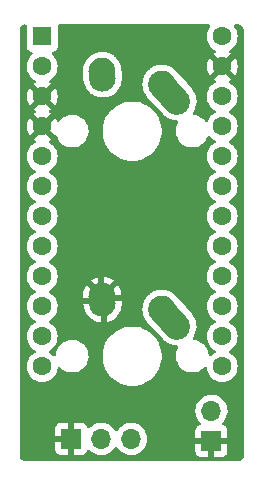
<source format=gbr>
%TF.GenerationSoftware,KiCad,Pcbnew,(6.0.6)*%
%TF.CreationDate,2022-09-08T19:20:13+10:00*%
%TF.ProjectId,milk,6d696c6b-2e6b-4696-9361-645f70636258,rev?*%
%TF.SameCoordinates,Original*%
%TF.FileFunction,Copper,L2,Bot*%
%TF.FilePolarity,Positive*%
%FSLAX46Y46*%
G04 Gerber Fmt 4.6, Leading zero omitted, Abs format (unit mm)*
G04 Created by KiCad (PCBNEW (6.0.6)) date 2022-09-08 19:20:13*
%MOMM*%
%LPD*%
G01*
G04 APERTURE LIST*
G04 Aperture macros list*
%AMHorizOval*
0 Thick line with rounded ends*
0 $1 width*
0 $2 $3 position (X,Y) of the first rounded end (center of the circle)*
0 $4 $5 position (X,Y) of the second rounded end (center of the circle)*
0 Add line between two ends*
20,1,$1,$2,$3,$4,$5,0*
0 Add two circle primitives to create the rounded ends*
1,1,$1,$2,$3*
1,1,$1,$4,$5*%
G04 Aperture macros list end*
%TA.AperFunction,ComponentPad*%
%ADD10R,1.700000X1.700000*%
%TD*%
%TA.AperFunction,ComponentPad*%
%ADD11O,1.700000X1.700000*%
%TD*%
%TA.AperFunction,ComponentPad*%
%ADD12R,1.600000X1.600000*%
%TD*%
%TA.AperFunction,ComponentPad*%
%ADD13C,1.600000*%
%TD*%
%TA.AperFunction,ComponentPad*%
%ADD14C,2.250000*%
%TD*%
%TA.AperFunction,ComponentPad*%
%ADD15HorizOval,2.250000X-0.655001X0.730000X0.655001X-0.730000X0*%
%TD*%
%TA.AperFunction,ComponentPad*%
%ADD16HorizOval,2.250000X-0.020000X0.290000X0.020000X-0.290000X0*%
%TD*%
G04 APERTURE END LIST*
D10*
%TO.P,J1,1,Pin_1*%
%TO.N,GND*%
X224875000Y-85600000D03*
D11*
%TO.P,J1,2,Pin_2*%
%TO.N,/RGB*%
X227415000Y-85600000D03*
%TO.P,J1,3,Pin_3*%
%TO.N,VCC*%
X229955000Y-85600000D03*
%TD*%
D10*
%TO.P,J4,1,Pin_1*%
%TO.N,GND*%
X236753400Y-85775800D03*
D11*
%TO.P,J4,2,Pin_2*%
%TO.N,/RST*%
X236753400Y-83235800D03*
%TD*%
D12*
%TO.P,U1,1,TX*%
%TO.N,unconnected-(U1-Pad1)*%
X222426550Y-51537235D03*
D13*
%TO.P,U1,2,RX*%
%TO.N,unconnected-(U1-Pad2)*%
X222426550Y-54077235D03*
%TO.P,U1,3,GND*%
%TO.N,GND*%
X222426550Y-56617235D03*
%TO.P,U1,4,GND*%
X222426550Y-59157235D03*
%TO.P,U1,5,SDA*%
%TO.N,unconnected-(U1-Pad5)*%
X222426550Y-61697235D03*
%TO.P,U1,6,SCL*%
%TO.N,unconnected-(U1-Pad6)*%
X222426550Y-64237235D03*
%TO.P,U1,7,D4*%
%TO.N,/k1*%
X222426550Y-66777235D03*
%TO.P,U1,8,C6*%
%TO.N,/k2*%
X222426550Y-69317235D03*
%TO.P,U1,9,D7*%
%TO.N,/RA1*%
X222426550Y-71857235D03*
%TO.P,U1,10,E6*%
%TO.N,/RB1*%
X222426550Y-74397235D03*
%TO.P,U1,11,B4*%
%TO.N,unconnected-(U1-Pad11)*%
X222426550Y-76937235D03*
%TO.P,U1,12,B5*%
%TO.N,unconnected-(U1-Pad12)*%
X222426550Y-79477235D03*
%TO.P,U1,13,B6*%
%TO.N,/RGB*%
X237666550Y-79477235D03*
%TO.P,U1,14,B2*%
%TO.N,unconnected-(U1-Pad14)*%
X237666550Y-76937235D03*
%TO.P,U1,15,B3*%
%TO.N,unconnected-(U1-Pad15)*%
X237666550Y-74397235D03*
%TO.P,U1,16,B1*%
%TO.N,unconnected-(U1-Pad16)*%
X237666550Y-71857235D03*
%TO.P,U1,17,F7*%
%TO.N,unconnected-(U1-Pad17)*%
X237666550Y-69317235D03*
%TO.P,U1,18,F6*%
%TO.N,unconnected-(U1-Pad18)*%
X237666550Y-66777235D03*
%TO.P,U1,19,F5*%
%TO.N,unconnected-(U1-Pad19)*%
X237666550Y-64237235D03*
%TO.P,U1,20,F4*%
%TO.N,unconnected-(U1-Pad20)*%
X237666550Y-61697235D03*
%TO.P,U1,21,VCC*%
%TO.N,VCC*%
X237666550Y-59157235D03*
%TO.P,U1,22,RST*%
%TO.N,/RST*%
X237666550Y-56617235D03*
%TO.P,U1,23,GND*%
%TO.N,GND*%
X237666550Y-54077235D03*
%TO.P,U1,24,RAW*%
%TO.N,unconnected-(U1-Pad24)*%
X237666550Y-51537235D03*
%TD*%
D14*
%TO.P,K1,1,COL*%
%TO.N,/k1*%
X232546550Y-55554110D03*
D15*
X233201549Y-56284110D03*
D16*
%TO.P,K1,2,ROW*%
%TO.N,unconnected-(K1-Pad2)*%
X227526550Y-54764110D03*
D14*
X227506550Y-54474110D03*
%TD*%
%TO.P,K2,1,COL*%
%TO.N,/k2*%
X232546550Y-74604110D03*
D15*
X233201549Y-75334110D03*
D16*
%TO.P,K2,2,ROW*%
%TO.N,GND*%
X227526550Y-73814110D03*
D14*
X227506550Y-73524110D03*
%TD*%
%TA.AperFunction,Conductor*%
%TO.N,GND*%
G36*
X236615572Y-50528502D02*
G01*
X236662065Y-50582158D01*
X236672169Y-50652432D01*
X236650664Y-50706771D01*
X236529027Y-50880486D01*
X236526704Y-50885468D01*
X236526701Y-50885473D01*
X236453889Y-51041621D01*
X236432266Y-51087992D01*
X236373007Y-51309148D01*
X236353052Y-51537235D01*
X236373007Y-51765322D01*
X236432266Y-51986478D01*
X236434589Y-51991459D01*
X236434589Y-51991460D01*
X236526701Y-52188997D01*
X236526704Y-52189002D01*
X236529027Y-52193984D01*
X236660352Y-52381535D01*
X236822250Y-52543433D01*
X236826758Y-52546590D01*
X236826761Y-52546592D01*
X236868092Y-52575532D01*
X237009801Y-52674758D01*
X237014783Y-52677081D01*
X237014788Y-52677084D01*
X237049599Y-52693316D01*
X237102884Y-52740233D01*
X237122345Y-52808510D01*
X237101803Y-52876470D01*
X237049599Y-52921706D01*
X237015039Y-52937821D01*
X237005544Y-52943304D01*
X236953502Y-52979744D01*
X236945126Y-52990223D01*
X236952194Y-53003669D01*
X237653738Y-53705213D01*
X237667682Y-53712827D01*
X237669515Y-53712696D01*
X237676130Y-53708445D01*
X238381627Y-53002948D01*
X238388057Y-52991173D01*
X238378761Y-52979158D01*
X238327556Y-52943304D01*
X238318061Y-52937821D01*
X238283501Y-52921706D01*
X238230216Y-52874789D01*
X238210755Y-52806512D01*
X238231297Y-52738552D01*
X238283501Y-52693316D01*
X238318312Y-52677084D01*
X238318317Y-52677081D01*
X238323299Y-52674758D01*
X238465008Y-52575532D01*
X238506339Y-52546592D01*
X238506342Y-52546590D01*
X238510850Y-52543433D01*
X238672748Y-52381535D01*
X238804073Y-52193984D01*
X238806396Y-52189002D01*
X238806399Y-52188997D01*
X238898511Y-51991460D01*
X238898511Y-51991459D01*
X238900834Y-51986478D01*
X238960093Y-51765322D01*
X238980048Y-51537235D01*
X238960093Y-51309148D01*
X238900834Y-51087992D01*
X238879211Y-51041621D01*
X238806399Y-50885473D01*
X238806396Y-50885468D01*
X238804073Y-50880486D01*
X238682436Y-50706771D01*
X238659748Y-50639497D01*
X238677033Y-50570637D01*
X238728803Y-50522052D01*
X238785649Y-50508500D01*
X238950633Y-50508500D01*
X238970018Y-50510000D01*
X238984852Y-50512310D01*
X238984855Y-50512310D01*
X238993724Y-50513691D01*
X239002626Y-50512527D01*
X239002750Y-50512511D01*
X239033192Y-50512240D01*
X239040621Y-50513077D01*
X239095264Y-50519234D01*
X239122771Y-50525513D01*
X239199853Y-50552485D01*
X239225274Y-50564727D01*
X239294426Y-50608178D01*
X239316485Y-50625770D01*
X239374230Y-50683515D01*
X239391822Y-50705574D01*
X239435273Y-50774726D01*
X239447515Y-50800147D01*
X239474487Y-50877228D01*
X239480766Y-50904736D01*
X239487018Y-50960226D01*
X239486923Y-50975868D01*
X239487800Y-50975879D01*
X239487690Y-50984851D01*
X239486309Y-50993724D01*
X239487473Y-51002626D01*
X239487473Y-51002628D01*
X239490436Y-51025283D01*
X239491500Y-51041621D01*
X239491500Y-86950633D01*
X239490000Y-86970018D01*
X239488209Y-86981524D01*
X239486309Y-86993724D01*
X239487473Y-87002626D01*
X239487489Y-87002750D01*
X239487760Y-87033192D01*
X239485430Y-87053870D01*
X239480766Y-87095264D01*
X239474487Y-87122771D01*
X239447515Y-87199853D01*
X239435273Y-87225274D01*
X239391822Y-87294426D01*
X239374230Y-87316485D01*
X239316485Y-87374230D01*
X239294426Y-87391822D01*
X239225274Y-87435273D01*
X239199853Y-87447515D01*
X239122772Y-87474487D01*
X239095264Y-87480766D01*
X239039774Y-87487018D01*
X239024132Y-87486923D01*
X239024121Y-87487800D01*
X239015149Y-87487690D01*
X239006276Y-87486309D01*
X238997374Y-87487473D01*
X238997372Y-87487473D01*
X238986385Y-87488910D01*
X238974714Y-87490436D01*
X238958379Y-87491500D01*
X221049367Y-87491500D01*
X221029982Y-87490000D01*
X221015148Y-87487690D01*
X221015145Y-87487690D01*
X221006276Y-87486309D01*
X220997374Y-87487473D01*
X220997250Y-87487489D01*
X220966808Y-87487760D01*
X220946130Y-87485430D01*
X220904736Y-87480766D01*
X220877229Y-87474487D01*
X220800147Y-87447515D01*
X220774726Y-87435273D01*
X220705574Y-87391822D01*
X220683515Y-87374230D01*
X220625770Y-87316485D01*
X220608178Y-87294426D01*
X220564727Y-87225274D01*
X220552485Y-87199853D01*
X220525513Y-87122772D01*
X220519234Y-87095266D01*
X220513170Y-87041451D01*
X220512888Y-87016640D01*
X220513576Y-87012552D01*
X220513729Y-87000000D01*
X220509773Y-86972376D01*
X220508500Y-86954514D01*
X220508500Y-86494669D01*
X223517001Y-86494669D01*
X223517371Y-86501490D01*
X223522895Y-86552352D01*
X223526521Y-86567604D01*
X223571676Y-86688054D01*
X223580214Y-86703649D01*
X223656715Y-86805724D01*
X223669276Y-86818285D01*
X223771351Y-86894786D01*
X223786946Y-86903324D01*
X223907394Y-86948478D01*
X223922649Y-86952105D01*
X223973514Y-86957631D01*
X223980328Y-86958000D01*
X224602885Y-86958000D01*
X224618124Y-86953525D01*
X224619329Y-86952135D01*
X224621000Y-86944452D01*
X224621000Y-86939884D01*
X225129000Y-86939884D01*
X225133475Y-86955123D01*
X225134865Y-86956328D01*
X225142548Y-86957999D01*
X225769669Y-86957999D01*
X225776490Y-86957629D01*
X225827352Y-86952105D01*
X225842604Y-86948479D01*
X225963054Y-86903324D01*
X225978649Y-86894786D01*
X226080724Y-86818285D01*
X226093285Y-86805724D01*
X226169786Y-86703649D01*
X226178324Y-86688054D01*
X226219225Y-86578952D01*
X226261867Y-86522188D01*
X226328428Y-86497488D01*
X226397777Y-86512696D01*
X226432444Y-86540684D01*
X226457865Y-86570031D01*
X226457869Y-86570035D01*
X226461250Y-86573938D01*
X226633126Y-86716632D01*
X226826000Y-86829338D01*
X227034692Y-86909030D01*
X227039760Y-86910061D01*
X227039763Y-86910062D01*
X227147017Y-86931883D01*
X227253597Y-86953567D01*
X227258772Y-86953757D01*
X227258774Y-86953757D01*
X227471673Y-86961564D01*
X227471677Y-86961564D01*
X227476837Y-86961753D01*
X227481957Y-86961097D01*
X227481959Y-86961097D01*
X227693288Y-86934025D01*
X227693289Y-86934025D01*
X227698416Y-86933368D01*
X227703366Y-86931883D01*
X227907429Y-86870661D01*
X227907434Y-86870659D01*
X227912384Y-86869174D01*
X228112994Y-86770896D01*
X228294860Y-86641173D01*
X228453096Y-86483489D01*
X228583453Y-86302077D01*
X228584776Y-86303028D01*
X228631645Y-86259857D01*
X228701580Y-86247625D01*
X228767026Y-86275144D01*
X228794875Y-86306994D01*
X228854987Y-86405088D01*
X229001250Y-86573938D01*
X229173126Y-86716632D01*
X229366000Y-86829338D01*
X229574692Y-86909030D01*
X229579760Y-86910061D01*
X229579763Y-86910062D01*
X229687017Y-86931883D01*
X229793597Y-86953567D01*
X229798772Y-86953757D01*
X229798774Y-86953757D01*
X230011673Y-86961564D01*
X230011677Y-86961564D01*
X230016837Y-86961753D01*
X230021957Y-86961097D01*
X230021959Y-86961097D01*
X230233288Y-86934025D01*
X230233289Y-86934025D01*
X230238416Y-86933368D01*
X230243366Y-86931883D01*
X230447429Y-86870661D01*
X230447434Y-86870659D01*
X230452384Y-86869174D01*
X230652994Y-86770896D01*
X230793788Y-86670469D01*
X235395401Y-86670469D01*
X235395771Y-86677290D01*
X235401295Y-86728152D01*
X235404921Y-86743404D01*
X235450076Y-86863854D01*
X235458614Y-86879449D01*
X235535115Y-86981524D01*
X235547676Y-86994085D01*
X235649751Y-87070586D01*
X235665346Y-87079124D01*
X235785794Y-87124278D01*
X235801049Y-87127905D01*
X235851914Y-87133431D01*
X235858728Y-87133800D01*
X236481285Y-87133800D01*
X236496524Y-87129325D01*
X236497729Y-87127935D01*
X236499400Y-87120252D01*
X236499400Y-87115684D01*
X237007400Y-87115684D01*
X237011875Y-87130923D01*
X237013265Y-87132128D01*
X237020948Y-87133799D01*
X237648069Y-87133799D01*
X237654890Y-87133429D01*
X237705752Y-87127905D01*
X237721004Y-87124279D01*
X237841454Y-87079124D01*
X237857049Y-87070586D01*
X237959124Y-86994085D01*
X237971685Y-86981524D01*
X238048186Y-86879449D01*
X238056724Y-86863854D01*
X238101878Y-86743406D01*
X238105505Y-86728151D01*
X238111031Y-86677286D01*
X238111400Y-86670472D01*
X238111400Y-86047915D01*
X238106925Y-86032676D01*
X238105535Y-86031471D01*
X238097852Y-86029800D01*
X237025515Y-86029800D01*
X237010276Y-86034275D01*
X237009071Y-86035665D01*
X237007400Y-86043348D01*
X237007400Y-87115684D01*
X236499400Y-87115684D01*
X236499400Y-86047915D01*
X236494925Y-86032676D01*
X236493535Y-86031471D01*
X236485852Y-86029800D01*
X235413516Y-86029800D01*
X235398277Y-86034275D01*
X235397072Y-86035665D01*
X235395401Y-86043348D01*
X235395401Y-86670469D01*
X230793788Y-86670469D01*
X230834860Y-86641173D01*
X230993096Y-86483489D01*
X231123453Y-86302077D01*
X231144320Y-86259857D01*
X231220136Y-86106453D01*
X231220137Y-86106451D01*
X231222430Y-86101811D01*
X231287370Y-85888069D01*
X231316529Y-85666590D01*
X231318156Y-85600000D01*
X231299852Y-85377361D01*
X231245431Y-85160702D01*
X231156354Y-84955840D01*
X231103610Y-84874310D01*
X231037822Y-84772617D01*
X231037820Y-84772614D01*
X231035014Y-84768277D01*
X230884670Y-84603051D01*
X230880619Y-84599852D01*
X230880615Y-84599848D01*
X230713414Y-84467800D01*
X230713410Y-84467798D01*
X230709359Y-84464598D01*
X230513789Y-84356638D01*
X230508920Y-84354914D01*
X230508916Y-84354912D01*
X230308087Y-84283795D01*
X230308083Y-84283794D01*
X230303212Y-84282069D01*
X230298119Y-84281162D01*
X230298116Y-84281161D01*
X230088373Y-84243800D01*
X230088367Y-84243799D01*
X230083284Y-84242894D01*
X230009452Y-84241992D01*
X229865081Y-84240228D01*
X229865079Y-84240228D01*
X229859911Y-84240165D01*
X229639091Y-84273955D01*
X229426756Y-84343357D01*
X229228607Y-84446507D01*
X229224474Y-84449610D01*
X229224471Y-84449612D01*
X229064028Y-84570076D01*
X229049965Y-84580635D01*
X228895629Y-84742138D01*
X228788201Y-84899621D01*
X228733293Y-84944621D01*
X228662768Y-84952792D01*
X228599021Y-84921538D01*
X228578324Y-84897054D01*
X228497822Y-84772617D01*
X228497820Y-84772614D01*
X228495014Y-84768277D01*
X228344670Y-84603051D01*
X228340619Y-84599852D01*
X228340615Y-84599848D01*
X228173414Y-84467800D01*
X228173410Y-84467798D01*
X228169359Y-84464598D01*
X227973789Y-84356638D01*
X227968920Y-84354914D01*
X227968916Y-84354912D01*
X227768087Y-84283795D01*
X227768083Y-84283794D01*
X227763212Y-84282069D01*
X227758119Y-84281162D01*
X227758116Y-84281161D01*
X227548373Y-84243800D01*
X227548367Y-84243799D01*
X227543284Y-84242894D01*
X227469452Y-84241992D01*
X227325081Y-84240228D01*
X227325079Y-84240228D01*
X227319911Y-84240165D01*
X227099091Y-84273955D01*
X226886756Y-84343357D01*
X226688607Y-84446507D01*
X226684474Y-84449610D01*
X226684471Y-84449612D01*
X226524028Y-84570076D01*
X226509965Y-84580635D01*
X226493798Y-84597553D01*
X226428898Y-84665466D01*
X226367374Y-84700895D01*
X226296462Y-84697438D01*
X226238676Y-84656192D01*
X226219823Y-84622644D01*
X226178324Y-84511946D01*
X226169786Y-84496351D01*
X226093285Y-84394276D01*
X226080724Y-84381715D01*
X225978649Y-84305214D01*
X225963054Y-84296676D01*
X225842606Y-84251522D01*
X225827351Y-84247895D01*
X225776486Y-84242369D01*
X225769672Y-84242000D01*
X225147115Y-84242000D01*
X225131876Y-84246475D01*
X225130671Y-84247865D01*
X225129000Y-84255548D01*
X225129000Y-86939884D01*
X224621000Y-86939884D01*
X224621000Y-85872115D01*
X224616525Y-85856876D01*
X224615135Y-85855671D01*
X224607452Y-85854000D01*
X223535116Y-85854000D01*
X223519877Y-85858475D01*
X223518672Y-85859865D01*
X223517001Y-85867548D01*
X223517001Y-86494669D01*
X220508500Y-86494669D01*
X220508500Y-85327885D01*
X223517000Y-85327885D01*
X223521475Y-85343124D01*
X223522865Y-85344329D01*
X223530548Y-85346000D01*
X224602885Y-85346000D01*
X224618124Y-85341525D01*
X224619329Y-85340135D01*
X224621000Y-85332452D01*
X224621000Y-84260116D01*
X224616525Y-84244877D01*
X224615135Y-84243672D01*
X224607452Y-84242001D01*
X223980331Y-84242001D01*
X223973510Y-84242371D01*
X223922648Y-84247895D01*
X223907396Y-84251521D01*
X223786946Y-84296676D01*
X223771351Y-84305214D01*
X223669276Y-84381715D01*
X223656715Y-84394276D01*
X223580214Y-84496351D01*
X223571676Y-84511946D01*
X223526522Y-84632394D01*
X223522895Y-84647649D01*
X223517369Y-84698514D01*
X223517000Y-84705328D01*
X223517000Y-85327885D01*
X220508500Y-85327885D01*
X220508500Y-83202495D01*
X235390651Y-83202495D01*
X235390948Y-83207648D01*
X235390948Y-83207651D01*
X235396411Y-83302390D01*
X235403510Y-83425515D01*
X235404647Y-83430561D01*
X235404648Y-83430567D01*
X235424519Y-83518739D01*
X235452622Y-83643439D01*
X235536666Y-83850416D01*
X235653387Y-84040888D01*
X235799650Y-84209738D01*
X235803625Y-84213038D01*
X235803631Y-84213044D01*
X235808825Y-84217356D01*
X235848459Y-84276260D01*
X235849955Y-84347241D01*
X235812839Y-84407762D01*
X235772568Y-84432280D01*
X235665346Y-84472476D01*
X235649751Y-84481014D01*
X235547676Y-84557515D01*
X235535115Y-84570076D01*
X235458614Y-84672151D01*
X235450076Y-84687746D01*
X235404922Y-84808194D01*
X235401295Y-84823449D01*
X235395769Y-84874314D01*
X235395400Y-84881128D01*
X235395400Y-85503685D01*
X235399875Y-85518924D01*
X235401265Y-85520129D01*
X235408948Y-85521800D01*
X238093284Y-85521800D01*
X238108523Y-85517325D01*
X238109728Y-85515935D01*
X238111399Y-85508252D01*
X238111399Y-84881131D01*
X238111029Y-84874310D01*
X238105505Y-84823448D01*
X238101879Y-84808196D01*
X238056724Y-84687746D01*
X238048186Y-84672151D01*
X237971685Y-84570076D01*
X237959124Y-84557515D01*
X237857049Y-84481014D01*
X237841454Y-84472476D01*
X237731213Y-84431148D01*
X237674449Y-84388506D01*
X237649749Y-84321945D01*
X237664957Y-84252596D01*
X237686504Y-84223915D01*
X237787830Y-84122944D01*
X237787840Y-84122932D01*
X237791496Y-84119289D01*
X237850994Y-84036489D01*
X237918835Y-83942077D01*
X237921853Y-83937877D01*
X238020830Y-83737611D01*
X238085770Y-83523869D01*
X238114929Y-83302390D01*
X238116556Y-83235800D01*
X238098252Y-83013161D01*
X238043831Y-82796502D01*
X237954754Y-82591640D01*
X237833414Y-82404077D01*
X237683070Y-82238851D01*
X237679019Y-82235652D01*
X237679015Y-82235648D01*
X237511814Y-82103600D01*
X237511810Y-82103598D01*
X237507759Y-82100398D01*
X237312189Y-81992438D01*
X237307320Y-81990714D01*
X237307316Y-81990712D01*
X237106487Y-81919595D01*
X237106483Y-81919594D01*
X237101612Y-81917869D01*
X237096519Y-81916962D01*
X237096516Y-81916961D01*
X236886773Y-81879600D01*
X236886767Y-81879599D01*
X236881684Y-81878694D01*
X236807852Y-81877792D01*
X236663481Y-81876028D01*
X236663479Y-81876028D01*
X236658311Y-81875965D01*
X236437491Y-81909755D01*
X236225156Y-81979157D01*
X236027007Y-82082307D01*
X236022874Y-82085410D01*
X236022871Y-82085412D01*
X235998647Y-82103600D01*
X235848365Y-82216435D01*
X235694029Y-82377938D01*
X235568143Y-82562480D01*
X235474088Y-82765105D01*
X235414389Y-82980370D01*
X235390651Y-83202495D01*
X220508500Y-83202495D01*
X220508500Y-79477235D01*
X221113052Y-79477235D01*
X221133007Y-79705322D01*
X221192266Y-79926478D01*
X221194589Y-79931459D01*
X221194589Y-79931460D01*
X221286701Y-80128997D01*
X221286704Y-80129002D01*
X221289027Y-80133984D01*
X221420352Y-80321535D01*
X221582250Y-80483433D01*
X221586758Y-80486590D01*
X221586761Y-80486592D01*
X221664939Y-80541333D01*
X221769801Y-80614758D01*
X221774783Y-80617081D01*
X221774788Y-80617084D01*
X221972325Y-80709196D01*
X221977307Y-80711519D01*
X221982615Y-80712941D01*
X221982617Y-80712942D01*
X222193148Y-80769354D01*
X222193150Y-80769354D01*
X222198463Y-80770778D01*
X222426550Y-80790733D01*
X222654637Y-80770778D01*
X222659950Y-80769354D01*
X222659952Y-80769354D01*
X222870483Y-80712942D01*
X222870485Y-80712941D01*
X222875793Y-80711519D01*
X222880775Y-80709196D01*
X223078312Y-80617084D01*
X223078317Y-80617081D01*
X223083299Y-80614758D01*
X223188161Y-80541333D01*
X223266339Y-80486592D01*
X223266342Y-80486590D01*
X223270850Y-80483433D01*
X223432748Y-80321535D01*
X223564073Y-80133984D01*
X223566396Y-80129002D01*
X223566399Y-80128997D01*
X223658511Y-79931460D01*
X223658511Y-79931459D01*
X223660834Y-79926478D01*
X223720093Y-79705322D01*
X223720572Y-79699846D01*
X223720573Y-79699841D01*
X223728099Y-79613810D01*
X223753962Y-79547692D01*
X223811466Y-79506052D01*
X223882353Y-79502111D01*
X223948785Y-79542210D01*
X223998535Y-79599542D01*
X224002667Y-79602930D01*
X224175966Y-79745027D01*
X224175972Y-79745031D01*
X224180094Y-79748411D01*
X224184730Y-79751050D01*
X224184733Y-79751052D01*
X224295958Y-79814365D01*
X224384140Y-79864561D01*
X224604839Y-79944671D01*
X224610088Y-79945620D01*
X224610091Y-79945621D01*
X224691165Y-79960281D01*
X224835880Y-79986450D01*
X224840019Y-79986645D01*
X224840026Y-79986646D01*
X224858990Y-79987540D01*
X224858999Y-79987540D01*
X224860479Y-79987610D01*
X225025500Y-79987610D01*
X225106849Y-79980707D01*
X225195187Y-79973212D01*
X225195191Y-79973211D01*
X225200498Y-79972761D01*
X225205653Y-79971423D01*
X225205659Y-79971422D01*
X225422585Y-79915119D01*
X225422584Y-79915119D01*
X225427756Y-79913777D01*
X225432622Y-79911585D01*
X225432625Y-79911584D01*
X225636967Y-79819534D01*
X225636970Y-79819533D01*
X225641828Y-79817344D01*
X225836591Y-79686222D01*
X226006477Y-79524159D01*
X226146628Y-79335789D01*
X226187893Y-79254628D01*
X226250619Y-79131254D01*
X226250619Y-79131253D01*
X226253037Y-79126498D01*
X226322661Y-78902270D01*
X226333501Y-78820486D01*
X226341313Y-78761548D01*
X227544150Y-78761548D01*
X227583614Y-79073940D01*
X227661920Y-79378923D01*
X227777834Y-79671687D01*
X227779736Y-79675146D01*
X227779737Y-79675149D01*
X227911662Y-79915119D01*
X227929526Y-79947614D01*
X228114605Y-80202354D01*
X228330152Y-80431888D01*
X228572768Y-80632597D01*
X228838626Y-80801316D01*
X228842205Y-80803000D01*
X228842212Y-80803004D01*
X229119944Y-80933694D01*
X229119948Y-80933696D01*
X229123534Y-80935383D01*
X229422998Y-81032685D01*
X229732296Y-81091687D01*
X229825850Y-81097573D01*
X229965908Y-81106385D01*
X229965924Y-81106386D01*
X229967903Y-81106510D01*
X230125197Y-81106510D01*
X230127176Y-81106386D01*
X230127192Y-81106385D01*
X230267250Y-81097573D01*
X230360804Y-81091687D01*
X230670102Y-81032685D01*
X230969566Y-80935383D01*
X230973152Y-80933696D01*
X230973156Y-80933694D01*
X231250888Y-80803004D01*
X231250895Y-80803000D01*
X231254474Y-80801316D01*
X231520332Y-80632597D01*
X231762948Y-80431888D01*
X231978495Y-80202354D01*
X232163574Y-79947614D01*
X232181439Y-79915119D01*
X232313363Y-79675149D01*
X232313364Y-79675146D01*
X232315266Y-79671687D01*
X232431180Y-79378923D01*
X232509486Y-79073940D01*
X232548950Y-78761548D01*
X232548950Y-78446672D01*
X232509486Y-78134280D01*
X232431180Y-77829297D01*
X232315266Y-77536533D01*
X232309299Y-77525679D01*
X232165483Y-77264078D01*
X232165481Y-77264075D01*
X232163574Y-77260606D01*
X231978495Y-77005866D01*
X231762948Y-76776332D01*
X231520332Y-76575623D01*
X231337040Y-76459302D01*
X231257821Y-76409028D01*
X231257820Y-76409028D01*
X231254474Y-76406904D01*
X231250895Y-76405220D01*
X231250888Y-76405216D01*
X230973156Y-76274526D01*
X230973152Y-76274524D01*
X230969566Y-76272837D01*
X230670102Y-76175535D01*
X230360804Y-76116533D01*
X230267250Y-76110647D01*
X230127192Y-76101835D01*
X230127176Y-76101834D01*
X230125197Y-76101710D01*
X229967903Y-76101710D01*
X229965924Y-76101834D01*
X229965908Y-76101835D01*
X229825850Y-76110647D01*
X229732296Y-76116533D01*
X229422998Y-76175535D01*
X229123534Y-76272837D01*
X229119948Y-76274524D01*
X229119944Y-76274526D01*
X228842212Y-76405216D01*
X228842205Y-76405220D01*
X228838626Y-76406904D01*
X228835280Y-76409028D01*
X228835279Y-76409028D01*
X228756060Y-76459302D01*
X228572768Y-76575623D01*
X228330152Y-76776332D01*
X228114605Y-77005866D01*
X227929526Y-77260606D01*
X227927619Y-77264075D01*
X227927617Y-77264078D01*
X227783801Y-77525679D01*
X227777834Y-77536533D01*
X227661920Y-77829297D01*
X227583614Y-78134280D01*
X227544150Y-78446672D01*
X227544150Y-78761548D01*
X226341313Y-78761548D01*
X226352811Y-78674800D01*
X226352811Y-78674797D01*
X226353511Y-78669517D01*
X226344702Y-78434894D01*
X226320895Y-78321430D01*
X226297585Y-78210336D01*
X226297584Y-78210333D01*
X226296488Y-78205109D01*
X226210248Y-77986733D01*
X226088446Y-77786010D01*
X225934565Y-77608678D01*
X225910562Y-77588997D01*
X225757134Y-77463193D01*
X225757128Y-77463189D01*
X225753006Y-77459809D01*
X225748370Y-77457170D01*
X225748367Y-77457168D01*
X225553603Y-77346302D01*
X225548960Y-77343659D01*
X225328261Y-77263549D01*
X225323012Y-77262600D01*
X225323009Y-77262599D01*
X225241935Y-77247939D01*
X225097220Y-77221770D01*
X225093081Y-77221575D01*
X225093074Y-77221574D01*
X225074110Y-77220680D01*
X225074101Y-77220680D01*
X225072621Y-77220610D01*
X224907600Y-77220610D01*
X224826251Y-77227513D01*
X224737913Y-77235008D01*
X224737909Y-77235009D01*
X224732602Y-77235459D01*
X224727447Y-77236797D01*
X224727441Y-77236798D01*
X224549727Y-77282924D01*
X224505344Y-77294443D01*
X224500478Y-77296635D01*
X224500475Y-77296636D01*
X224296133Y-77388686D01*
X224296130Y-77388687D01*
X224291272Y-77390876D01*
X224096509Y-77521998D01*
X223926623Y-77684061D01*
X223786472Y-77872431D01*
X223784056Y-77877182D01*
X223784054Y-77877186D01*
X223685209Y-78071601D01*
X223680063Y-78081722D01*
X223610439Y-78305950D01*
X223609738Y-78311239D01*
X223584910Y-78498555D01*
X223556130Y-78563457D01*
X223496831Y-78602497D01*
X223425838Y-78603279D01*
X223370907Y-78571094D01*
X223270850Y-78471037D01*
X223266342Y-78467880D01*
X223266339Y-78467878D01*
X223188161Y-78413137D01*
X223083299Y-78339712D01*
X223078317Y-78337389D01*
X223078312Y-78337386D01*
X223044093Y-78321430D01*
X222990808Y-78274513D01*
X222971347Y-78206236D01*
X222991889Y-78138276D01*
X223044093Y-78093040D01*
X223078312Y-78077084D01*
X223078317Y-78077081D01*
X223083299Y-78074758D01*
X223201915Y-77991702D01*
X223266339Y-77946592D01*
X223266342Y-77946590D01*
X223270850Y-77943433D01*
X223432748Y-77781535D01*
X223564073Y-77593984D01*
X223566396Y-77589002D01*
X223566399Y-77588997D01*
X223658511Y-77391460D01*
X223658511Y-77391459D01*
X223660834Y-77386478D01*
X223672308Y-77343659D01*
X223718669Y-77170637D01*
X223718669Y-77170635D01*
X223720093Y-77165322D01*
X223740048Y-76937235D01*
X223720093Y-76709148D01*
X223660834Y-76487992D01*
X223623333Y-76407570D01*
X223566399Y-76285473D01*
X223566396Y-76285468D01*
X223564073Y-76280486D01*
X223474602Y-76152709D01*
X223435907Y-76097446D01*
X223435905Y-76097443D01*
X223432748Y-76092935D01*
X223270850Y-75931037D01*
X223266342Y-75927880D01*
X223266339Y-75927878D01*
X223188161Y-75873137D01*
X223083299Y-75799712D01*
X223078317Y-75797389D01*
X223078312Y-75797386D01*
X223044093Y-75781430D01*
X222990808Y-75734513D01*
X222971347Y-75666236D01*
X222991889Y-75598276D01*
X223044093Y-75553040D01*
X223078312Y-75537084D01*
X223078317Y-75537081D01*
X223083299Y-75534758D01*
X223188161Y-75461333D01*
X223266339Y-75406592D01*
X223266342Y-75406590D01*
X223270850Y-75403433D01*
X223432748Y-75241535D01*
X223564073Y-75053984D01*
X223566396Y-75049002D01*
X223566399Y-75048997D01*
X223658511Y-74851460D01*
X223658511Y-74851459D01*
X223660834Y-74846478D01*
X223670655Y-74809828D01*
X223718669Y-74630637D01*
X223718669Y-74630635D01*
X223720093Y-74625322D01*
X223740048Y-74397235D01*
X223722213Y-74193380D01*
X225915828Y-74193380D01*
X225921664Y-74278003D01*
X225922198Y-74282927D01*
X225949404Y-74466165D01*
X225951617Y-74475793D01*
X226025706Y-74711558D01*
X226029394Y-74720713D01*
X226139454Y-74941988D01*
X226144534Y-74950460D01*
X226287858Y-75151800D01*
X226294185Y-75159356D01*
X226467250Y-75335804D01*
X226474682Y-75342277D01*
X226673207Y-75489473D01*
X226681579Y-75494716D01*
X226900682Y-75609040D01*
X226909762Y-75612905D01*
X227144063Y-75691550D01*
X227153629Y-75693944D01*
X227391935Y-75734058D01*
X227401198Y-75731436D01*
X227403373Y-75719792D01*
X227291875Y-74103059D01*
X227286361Y-74088160D01*
X227284892Y-74087055D01*
X227277110Y-74085916D01*
X225932971Y-74178615D01*
X225918072Y-74184129D01*
X225916967Y-74185598D01*
X225915828Y-74193380D01*
X223722213Y-74193380D01*
X223720093Y-74169148D01*
X223718669Y-74163833D01*
X223691798Y-74063550D01*
X227798356Y-74063550D01*
X227910027Y-75682785D01*
X227915381Y-75697250D01*
X227921773Y-75697931D01*
X228153998Y-75624954D01*
X228163153Y-75621266D01*
X228384430Y-75511204D01*
X228392895Y-75506129D01*
X228594235Y-75362807D01*
X228601802Y-75356470D01*
X228778244Y-75183411D01*
X228784717Y-75175979D01*
X228931913Y-74977454D01*
X228937156Y-74969082D01*
X229051480Y-74749979D01*
X229055345Y-74740899D01*
X229101259Y-74604110D01*
X230907999Y-74604110D01*
X230909669Y-74625322D01*
X230914349Y-74684788D01*
X230914698Y-74691584D01*
X230916678Y-74772553D01*
X230917573Y-74777428D01*
X230923519Y-74809828D01*
X230925201Y-74822687D01*
X230928172Y-74860436D01*
X230947065Y-74939134D01*
X230948472Y-74945782D01*
X230962199Y-75020574D01*
X230962201Y-75020581D01*
X230963094Y-75025447D01*
X230975685Y-75061199D01*
X230979355Y-75073628D01*
X230988195Y-75110450D01*
X231012922Y-75170146D01*
X231019160Y-75185206D01*
X231021597Y-75191571D01*
X231046855Y-75263294D01*
X231046858Y-75263301D01*
X231048501Y-75267966D01*
X231066529Y-75301307D01*
X231072097Y-75313008D01*
X231084693Y-75343419D01*
X231084697Y-75343427D01*
X231086590Y-75347997D01*
X231089176Y-75352216D01*
X231089179Y-75352223D01*
X231128876Y-75417003D01*
X231132278Y-75422907D01*
X231170794Y-75494139D01*
X231183842Y-75511204D01*
X231193814Y-75524247D01*
X231201148Y-75534937D01*
X231220934Y-75567226D01*
X231224150Y-75570991D01*
X231273486Y-75628757D01*
X231277770Y-75634056D01*
X231287861Y-75647254D01*
X231316410Y-75679072D01*
X231318430Y-75681380D01*
X231387919Y-75762741D01*
X231396808Y-75770332D01*
X231408753Y-75781989D01*
X231856036Y-76280486D01*
X232654735Y-77170637D01*
X232683587Y-77202793D01*
X232823165Y-77335709D01*
X233034809Y-77481711D01*
X233039278Y-77483852D01*
X233262225Y-77590669D01*
X233262228Y-77590670D01*
X233266688Y-77592807D01*
X233271430Y-77594221D01*
X233271431Y-77594221D01*
X233308563Y-77605290D01*
X233513091Y-77666260D01*
X233767951Y-77700265D01*
X233772905Y-77700144D01*
X233772907Y-77700144D01*
X233790412Y-77699716D01*
X233826257Y-77698839D01*
X233894846Y-77717169D01*
X233942637Y-77769672D01*
X233954456Y-77839678D01*
X233941654Y-77881905D01*
X233842483Y-78076961D01*
X233842481Y-78076966D01*
X233840063Y-78081722D01*
X233770439Y-78305950D01*
X233769738Y-78311239D01*
X233752642Y-78440226D01*
X233739589Y-78538703D01*
X233739789Y-78544032D01*
X233739789Y-78544033D01*
X233742102Y-78605639D01*
X233748398Y-78773326D01*
X233749493Y-78778544D01*
X233774344Y-78896981D01*
X233796612Y-79003111D01*
X233882852Y-79221487D01*
X234004654Y-79422210D01*
X234158535Y-79599542D01*
X234162667Y-79602930D01*
X234335966Y-79745027D01*
X234335972Y-79745031D01*
X234340094Y-79748411D01*
X234344730Y-79751050D01*
X234344733Y-79751052D01*
X234455958Y-79814365D01*
X234544140Y-79864561D01*
X234764839Y-79944671D01*
X234770088Y-79945620D01*
X234770091Y-79945621D01*
X234851165Y-79960281D01*
X234995880Y-79986450D01*
X235000019Y-79986645D01*
X235000026Y-79986646D01*
X235018990Y-79987540D01*
X235018999Y-79987540D01*
X235020479Y-79987610D01*
X235185500Y-79987610D01*
X235266849Y-79980707D01*
X235355187Y-79973212D01*
X235355191Y-79973211D01*
X235360498Y-79972761D01*
X235365653Y-79971423D01*
X235365659Y-79971422D01*
X235582585Y-79915119D01*
X235582584Y-79915119D01*
X235587756Y-79913777D01*
X235592622Y-79911585D01*
X235592625Y-79911584D01*
X235796967Y-79819534D01*
X235796970Y-79819533D01*
X235801828Y-79817344D01*
X235996591Y-79686222D01*
X236072499Y-79613810D01*
X236152820Y-79537187D01*
X236215917Y-79504640D01*
X236286594Y-79511372D01*
X236342411Y-79555245D01*
X236365313Y-79617376D01*
X236372527Y-79699841D01*
X236372528Y-79699846D01*
X236373007Y-79705322D01*
X236432266Y-79926478D01*
X236434589Y-79931459D01*
X236434589Y-79931460D01*
X236526701Y-80128997D01*
X236526704Y-80129002D01*
X236529027Y-80133984D01*
X236660352Y-80321535D01*
X236822250Y-80483433D01*
X236826758Y-80486590D01*
X236826761Y-80486592D01*
X236904939Y-80541333D01*
X237009801Y-80614758D01*
X237014783Y-80617081D01*
X237014788Y-80617084D01*
X237212325Y-80709196D01*
X237217307Y-80711519D01*
X237222615Y-80712941D01*
X237222617Y-80712942D01*
X237433148Y-80769354D01*
X237433150Y-80769354D01*
X237438463Y-80770778D01*
X237666550Y-80790733D01*
X237894637Y-80770778D01*
X237899950Y-80769354D01*
X237899952Y-80769354D01*
X238110483Y-80712942D01*
X238110485Y-80712941D01*
X238115793Y-80711519D01*
X238120775Y-80709196D01*
X238318312Y-80617084D01*
X238318317Y-80617081D01*
X238323299Y-80614758D01*
X238428161Y-80541333D01*
X238506339Y-80486592D01*
X238506342Y-80486590D01*
X238510850Y-80483433D01*
X238672748Y-80321535D01*
X238804073Y-80133984D01*
X238806396Y-80129002D01*
X238806399Y-80128997D01*
X238898511Y-79931460D01*
X238898511Y-79931459D01*
X238900834Y-79926478D01*
X238960093Y-79705322D01*
X238980048Y-79477235D01*
X238960093Y-79249148D01*
X238951350Y-79216518D01*
X238902257Y-79033302D01*
X238902256Y-79033300D01*
X238900834Y-79027992D01*
X238898511Y-79023010D01*
X238806399Y-78825473D01*
X238806396Y-78825468D01*
X238804073Y-78820486D01*
X238672748Y-78632935D01*
X238510850Y-78471037D01*
X238506342Y-78467880D01*
X238506339Y-78467878D01*
X238428161Y-78413137D01*
X238323299Y-78339712D01*
X238318317Y-78337389D01*
X238318312Y-78337386D01*
X238284093Y-78321430D01*
X238230808Y-78274513D01*
X238211347Y-78206236D01*
X238231889Y-78138276D01*
X238284093Y-78093040D01*
X238318312Y-78077084D01*
X238318317Y-78077081D01*
X238323299Y-78074758D01*
X238441915Y-77991702D01*
X238506339Y-77946592D01*
X238506342Y-77946590D01*
X238510850Y-77943433D01*
X238672748Y-77781535D01*
X238804073Y-77593984D01*
X238806396Y-77589002D01*
X238806399Y-77588997D01*
X238898511Y-77391460D01*
X238898511Y-77391459D01*
X238900834Y-77386478D01*
X238912308Y-77343659D01*
X238958669Y-77170637D01*
X238958669Y-77170635D01*
X238960093Y-77165322D01*
X238980048Y-76937235D01*
X238960093Y-76709148D01*
X238900834Y-76487992D01*
X238863333Y-76407570D01*
X238806399Y-76285473D01*
X238806396Y-76285468D01*
X238804073Y-76280486D01*
X238714602Y-76152709D01*
X238675907Y-76097446D01*
X238675905Y-76097443D01*
X238672748Y-76092935D01*
X238510850Y-75931037D01*
X238506342Y-75927880D01*
X238506339Y-75927878D01*
X238428161Y-75873137D01*
X238323299Y-75799712D01*
X238318317Y-75797389D01*
X238318312Y-75797386D01*
X238284093Y-75781430D01*
X238230808Y-75734513D01*
X238211347Y-75666236D01*
X238231889Y-75598276D01*
X238284093Y-75553040D01*
X238318312Y-75537084D01*
X238318317Y-75537081D01*
X238323299Y-75534758D01*
X238428161Y-75461333D01*
X238506339Y-75406592D01*
X238506342Y-75406590D01*
X238510850Y-75403433D01*
X238672748Y-75241535D01*
X238804073Y-75053984D01*
X238806396Y-75049002D01*
X238806399Y-75048997D01*
X238898511Y-74851460D01*
X238898511Y-74851459D01*
X238900834Y-74846478D01*
X238910655Y-74809828D01*
X238958669Y-74630637D01*
X238958669Y-74630635D01*
X238960093Y-74625322D01*
X238980048Y-74397235D01*
X238960093Y-74169148D01*
X238958669Y-74163833D01*
X238902257Y-73953302D01*
X238902256Y-73953300D01*
X238900834Y-73947992D01*
X238859907Y-73860223D01*
X238806399Y-73745473D01*
X238806396Y-73745468D01*
X238804073Y-73740486D01*
X238730648Y-73635624D01*
X238675907Y-73557446D01*
X238675905Y-73557443D01*
X238672748Y-73552935D01*
X238510850Y-73391037D01*
X238506342Y-73387880D01*
X238506339Y-73387878D01*
X238350122Y-73278494D01*
X238323299Y-73259712D01*
X238318317Y-73257389D01*
X238318312Y-73257386D01*
X238284093Y-73241430D01*
X238230808Y-73194513D01*
X238211347Y-73126236D01*
X238231889Y-73058276D01*
X238284093Y-73013040D01*
X238318312Y-72997084D01*
X238318317Y-72997081D01*
X238323299Y-72994758D01*
X238489698Y-72878244D01*
X238506339Y-72866592D01*
X238506342Y-72866590D01*
X238510850Y-72863433D01*
X238672748Y-72701535D01*
X238804073Y-72513984D01*
X238806396Y-72509002D01*
X238806399Y-72508997D01*
X238898511Y-72311460D01*
X238898511Y-72311459D01*
X238900834Y-72306478D01*
X238925835Y-72213176D01*
X238958669Y-72090637D01*
X238958669Y-72090635D01*
X238960093Y-72085322D01*
X238980048Y-71857235D01*
X238960093Y-71629148D01*
X238900834Y-71407992D01*
X238898511Y-71403010D01*
X238806399Y-71205473D01*
X238806396Y-71205468D01*
X238804073Y-71200486D01*
X238672748Y-71012935D01*
X238510850Y-70851037D01*
X238506342Y-70847880D01*
X238506339Y-70847878D01*
X238428161Y-70793137D01*
X238323299Y-70719712D01*
X238318317Y-70717389D01*
X238318312Y-70717386D01*
X238284093Y-70701430D01*
X238230808Y-70654513D01*
X238211347Y-70586236D01*
X238231889Y-70518276D01*
X238284093Y-70473040D01*
X238318312Y-70457084D01*
X238318317Y-70457081D01*
X238323299Y-70454758D01*
X238428161Y-70381333D01*
X238506339Y-70326592D01*
X238506342Y-70326590D01*
X238510850Y-70323433D01*
X238672748Y-70161535D01*
X238804073Y-69973984D01*
X238806396Y-69969002D01*
X238806399Y-69968997D01*
X238898511Y-69771460D01*
X238898511Y-69771459D01*
X238900834Y-69766478D01*
X238960093Y-69545322D01*
X238980048Y-69317235D01*
X238960093Y-69089148D01*
X238900834Y-68867992D01*
X238898511Y-68863010D01*
X238806399Y-68665473D01*
X238806396Y-68665468D01*
X238804073Y-68660486D01*
X238672748Y-68472935D01*
X238510850Y-68311037D01*
X238506342Y-68307880D01*
X238506339Y-68307878D01*
X238428161Y-68253137D01*
X238323299Y-68179712D01*
X238318317Y-68177389D01*
X238318312Y-68177386D01*
X238284093Y-68161430D01*
X238230808Y-68114513D01*
X238211347Y-68046236D01*
X238231889Y-67978276D01*
X238284093Y-67933040D01*
X238318312Y-67917084D01*
X238318317Y-67917081D01*
X238323299Y-67914758D01*
X238428161Y-67841333D01*
X238506339Y-67786592D01*
X238506342Y-67786590D01*
X238510850Y-67783433D01*
X238672748Y-67621535D01*
X238804073Y-67433984D01*
X238806396Y-67429002D01*
X238806399Y-67428997D01*
X238898511Y-67231460D01*
X238898511Y-67231459D01*
X238900834Y-67226478D01*
X238960093Y-67005322D01*
X238980048Y-66777235D01*
X238960093Y-66549148D01*
X238900834Y-66327992D01*
X238898511Y-66323010D01*
X238806399Y-66125473D01*
X238806396Y-66125468D01*
X238804073Y-66120486D01*
X238672748Y-65932935D01*
X238510850Y-65771037D01*
X238506342Y-65767880D01*
X238506339Y-65767878D01*
X238428161Y-65713137D01*
X238323299Y-65639712D01*
X238318317Y-65637389D01*
X238318312Y-65637386D01*
X238284093Y-65621430D01*
X238230808Y-65574513D01*
X238211347Y-65506236D01*
X238231889Y-65438276D01*
X238284093Y-65393040D01*
X238318312Y-65377084D01*
X238318317Y-65377081D01*
X238323299Y-65374758D01*
X238428161Y-65301333D01*
X238506339Y-65246592D01*
X238506342Y-65246590D01*
X238510850Y-65243433D01*
X238672748Y-65081535D01*
X238804073Y-64893984D01*
X238806396Y-64889002D01*
X238806399Y-64888997D01*
X238898511Y-64691460D01*
X238898511Y-64691459D01*
X238900834Y-64686478D01*
X238960093Y-64465322D01*
X238980048Y-64237235D01*
X238960093Y-64009148D01*
X238900834Y-63787992D01*
X238898511Y-63783010D01*
X238806399Y-63585473D01*
X238806396Y-63585468D01*
X238804073Y-63580486D01*
X238672748Y-63392935D01*
X238510850Y-63231037D01*
X238506342Y-63227880D01*
X238506339Y-63227878D01*
X238428161Y-63173137D01*
X238323299Y-63099712D01*
X238318317Y-63097389D01*
X238318312Y-63097386D01*
X238284093Y-63081430D01*
X238230808Y-63034513D01*
X238211347Y-62966236D01*
X238231889Y-62898276D01*
X238284093Y-62853040D01*
X238318312Y-62837084D01*
X238318317Y-62837081D01*
X238323299Y-62834758D01*
X238428161Y-62761333D01*
X238506339Y-62706592D01*
X238506342Y-62706590D01*
X238510850Y-62703433D01*
X238672748Y-62541535D01*
X238804073Y-62353984D01*
X238806396Y-62349002D01*
X238806399Y-62348997D01*
X238898511Y-62151460D01*
X238898511Y-62151459D01*
X238900834Y-62146478D01*
X238960093Y-61925322D01*
X238980048Y-61697235D01*
X238960093Y-61469148D01*
X238900834Y-61247992D01*
X238898511Y-61243010D01*
X238806399Y-61045473D01*
X238806396Y-61045468D01*
X238804073Y-61040486D01*
X238700697Y-60892850D01*
X238675907Y-60857446D01*
X238675905Y-60857443D01*
X238672748Y-60852935D01*
X238510850Y-60691037D01*
X238506342Y-60687880D01*
X238506339Y-60687878D01*
X238406563Y-60618014D01*
X238323299Y-60559712D01*
X238318317Y-60557389D01*
X238318312Y-60557386D01*
X238284093Y-60541430D01*
X238230808Y-60494513D01*
X238211347Y-60426236D01*
X238231889Y-60358276D01*
X238284093Y-60313040D01*
X238318312Y-60297084D01*
X238318317Y-60297081D01*
X238323299Y-60294758D01*
X238428161Y-60221333D01*
X238506339Y-60166592D01*
X238506342Y-60166590D01*
X238510850Y-60163433D01*
X238672748Y-60001535D01*
X238675911Y-59997019D01*
X238773697Y-59857365D01*
X238804073Y-59813984D01*
X238806396Y-59809002D01*
X238806399Y-59808997D01*
X238898511Y-59611460D01*
X238898511Y-59611459D01*
X238900834Y-59606478D01*
X238921526Y-59529257D01*
X238958669Y-59390637D01*
X238958669Y-59390635D01*
X238960093Y-59385322D01*
X238980048Y-59157235D01*
X238960093Y-58929148D01*
X238922722Y-58789678D01*
X238902257Y-58713302D01*
X238902256Y-58713300D01*
X238900834Y-58707992D01*
X238898511Y-58703010D01*
X238806399Y-58505473D01*
X238806396Y-58505468D01*
X238804073Y-58500486D01*
X238730648Y-58395624D01*
X238675907Y-58317446D01*
X238675905Y-58317443D01*
X238672748Y-58312935D01*
X238510850Y-58151037D01*
X238506342Y-58147880D01*
X238506339Y-58147878D01*
X238380470Y-58059744D01*
X238323299Y-58019712D01*
X238318317Y-58017389D01*
X238318312Y-58017386D01*
X238284093Y-58001430D01*
X238230808Y-57954513D01*
X238211347Y-57886236D01*
X238231889Y-57818276D01*
X238284093Y-57773040D01*
X238318312Y-57757084D01*
X238318317Y-57757081D01*
X238323299Y-57754758D01*
X238428161Y-57681333D01*
X238506339Y-57626592D01*
X238506342Y-57626590D01*
X238510850Y-57623433D01*
X238672748Y-57461535D01*
X238804073Y-57273984D01*
X238806396Y-57269002D01*
X238806399Y-57268997D01*
X238898511Y-57071460D01*
X238898511Y-57071459D01*
X238900834Y-57066478D01*
X238921526Y-56989257D01*
X238958669Y-56850637D01*
X238958669Y-56850635D01*
X238960093Y-56845322D01*
X238980048Y-56617235D01*
X238960093Y-56389148D01*
X238938971Y-56310321D01*
X238902257Y-56173302D01*
X238902256Y-56173300D01*
X238900834Y-56167992D01*
X238888514Y-56141571D01*
X238806399Y-55965473D01*
X238806396Y-55965468D01*
X238804073Y-55960486D01*
X238672748Y-55772935D01*
X238510850Y-55611037D01*
X238506342Y-55607880D01*
X238506339Y-55607878D01*
X238380470Y-55519744D01*
X238323299Y-55479712D01*
X238318317Y-55477389D01*
X238318312Y-55477386D01*
X238283501Y-55461154D01*
X238230216Y-55414237D01*
X238210755Y-55345960D01*
X238231297Y-55278000D01*
X238283501Y-55232764D01*
X238318061Y-55216649D01*
X238327556Y-55211166D01*
X238379598Y-55174726D01*
X238387974Y-55164247D01*
X238380906Y-55150801D01*
X237679362Y-54449257D01*
X237665418Y-54441643D01*
X237663585Y-54441774D01*
X237656970Y-54446025D01*
X236951473Y-55151522D01*
X236945043Y-55163297D01*
X236954339Y-55175312D01*
X237005544Y-55211166D01*
X237015039Y-55216649D01*
X237049599Y-55232764D01*
X237102884Y-55279681D01*
X237122345Y-55347958D01*
X237101803Y-55415918D01*
X237049599Y-55461154D01*
X237014788Y-55477386D01*
X237014783Y-55477389D01*
X237009801Y-55479712D01*
X236952630Y-55519744D01*
X236826761Y-55607878D01*
X236826758Y-55607880D01*
X236822250Y-55611037D01*
X236660352Y-55772935D01*
X236529027Y-55960486D01*
X236526704Y-55965468D01*
X236526701Y-55965473D01*
X236444586Y-56141571D01*
X236432266Y-56167992D01*
X236430844Y-56173300D01*
X236430843Y-56173302D01*
X236394129Y-56310321D01*
X236373007Y-56389148D01*
X236353052Y-56617235D01*
X236373007Y-56845322D01*
X236374431Y-56850635D01*
X236374431Y-56850637D01*
X236411575Y-56989257D01*
X236432266Y-57066478D01*
X236434589Y-57071459D01*
X236434589Y-57071460D01*
X236526701Y-57268997D01*
X236526704Y-57269002D01*
X236529027Y-57273984D01*
X236660352Y-57461535D01*
X236822250Y-57623433D01*
X236826758Y-57626590D01*
X236826761Y-57626592D01*
X236904939Y-57681333D01*
X237009801Y-57754758D01*
X237014783Y-57757081D01*
X237014788Y-57757084D01*
X237049007Y-57773040D01*
X237102292Y-57819957D01*
X237121753Y-57888234D01*
X237101211Y-57956194D01*
X237049007Y-58001430D01*
X237014788Y-58017386D01*
X237014783Y-58017389D01*
X237009801Y-58019712D01*
X236952630Y-58059744D01*
X236826761Y-58147878D01*
X236826758Y-58147880D01*
X236822250Y-58151037D01*
X236660352Y-58312935D01*
X236657195Y-58317443D01*
X236657193Y-58317446D01*
X236602452Y-58395624D01*
X236529027Y-58500486D01*
X236526704Y-58505468D01*
X236526701Y-58505473D01*
X236441591Y-58687994D01*
X236394674Y-58741279D01*
X236326397Y-58760740D01*
X236258437Y-58740198D01*
X236232235Y-58717328D01*
X236094565Y-58558678D01*
X236018097Y-58495978D01*
X235917134Y-58413193D01*
X235917128Y-58413189D01*
X235913006Y-58409809D01*
X235908370Y-58407170D01*
X235908367Y-58407168D01*
X235713603Y-58296302D01*
X235708960Y-58293659D01*
X235488261Y-58213549D01*
X235483012Y-58212600D01*
X235483009Y-58212599D01*
X235389618Y-58195711D01*
X235258450Y-58171992D01*
X235194977Y-58140189D01*
X235158774Y-58079116D01*
X235161336Y-58008166D01*
X235177156Y-57976457D01*
X235271336Y-57839933D01*
X235271341Y-57839924D01*
X235274151Y-57835851D01*
X235343646Y-57690801D01*
X235383105Y-57608443D01*
X235383105Y-57608442D01*
X235385247Y-57603972D01*
X235458700Y-57357570D01*
X235492705Y-57102709D01*
X235491821Y-57066533D01*
X235489153Y-56957442D01*
X235486420Y-56845667D01*
X235462023Y-56712741D01*
X235440897Y-56597638D01*
X235440896Y-56597635D01*
X235440004Y-56592774D01*
X235433894Y-56575422D01*
X235356241Y-56354922D01*
X235356241Y-56354921D01*
X235354597Y-56350254D01*
X235232304Y-56124081D01*
X235229299Y-56120151D01*
X235229296Y-56120146D01*
X235116746Y-55972940D01*
X235116740Y-55972932D01*
X235115237Y-55970967D01*
X235110308Y-55965473D01*
X234661711Y-55465511D01*
X233776752Y-54479222D01*
X233774753Y-54476938D01*
X233708394Y-54399240D01*
X233708388Y-54399234D01*
X233705181Y-54395479D01*
X233643590Y-54342876D01*
X233638530Y-54338312D01*
X233634553Y-54334525D01*
X233579933Y-54282511D01*
X233548761Y-54261008D01*
X233538484Y-54253107D01*
X233530879Y-54246612D01*
X233509666Y-54228494D01*
X233505453Y-54225912D01*
X233505443Y-54225905D01*
X233440610Y-54186175D01*
X233434898Y-54182459D01*
X233377991Y-54143202D01*
X233368289Y-54136509D01*
X233363833Y-54134374D01*
X233363826Y-54134370D01*
X233334133Y-54120144D01*
X233322753Y-54113953D01*
X233290437Y-54094150D01*
X233285866Y-54092257D01*
X233285859Y-54092253D01*
X233262821Y-54082710D01*
X236354033Y-54082710D01*
X236373022Y-54299754D01*
X236374925Y-54310547D01*
X236431314Y-54520996D01*
X236435060Y-54531288D01*
X236527136Y-54728746D01*
X236532619Y-54738241D01*
X236569059Y-54790283D01*
X236579538Y-54798659D01*
X236592984Y-54791591D01*
X237294528Y-54090047D01*
X237300906Y-54078367D01*
X238030958Y-54078367D01*
X238031089Y-54080200D01*
X238035340Y-54086815D01*
X238740837Y-54792312D01*
X238752612Y-54798742D01*
X238764627Y-54789446D01*
X238800481Y-54738241D01*
X238805964Y-54728746D01*
X238898040Y-54531288D01*
X238901786Y-54520996D01*
X238958175Y-54310547D01*
X238960078Y-54299754D01*
X238979067Y-54082710D01*
X238979067Y-54071760D01*
X238960078Y-53854716D01*
X238958175Y-53843923D01*
X238901786Y-53633474D01*
X238898040Y-53623182D01*
X238805964Y-53425724D01*
X238800481Y-53416229D01*
X238764041Y-53364187D01*
X238753562Y-53355811D01*
X238740116Y-53362879D01*
X238038572Y-54064423D01*
X238030958Y-54078367D01*
X237300906Y-54078367D01*
X237302142Y-54076103D01*
X237302011Y-54074270D01*
X237297760Y-54067655D01*
X236592263Y-53362158D01*
X236580488Y-53355728D01*
X236568473Y-53365024D01*
X236532619Y-53416229D01*
X236527136Y-53425724D01*
X236435060Y-53623182D01*
X236431314Y-53633474D01*
X236374925Y-53843923D01*
X236373022Y-53854716D01*
X236354033Y-54071760D01*
X236354033Y-54082710D01*
X233262821Y-54082710D01*
X233215627Y-54063161D01*
X233209405Y-54060385D01*
X233162836Y-54038074D01*
X233136410Y-54025413D01*
X233100120Y-54014595D01*
X233087897Y-54010255D01*
X233057458Y-53997647D01*
X233057456Y-53997646D01*
X233052890Y-53995755D01*
X232974154Y-53976852D01*
X232967575Y-53975083D01*
X232952725Y-53970656D01*
X232890008Y-53951960D01*
X232867272Y-53948926D01*
X232852469Y-53946951D01*
X232839721Y-53944577D01*
X232807692Y-53936888D01*
X232807689Y-53936888D01*
X232802876Y-53935732D01*
X232722151Y-53929379D01*
X232715401Y-53928663D01*
X232635147Y-53917955D01*
X232630193Y-53918076D01*
X232630190Y-53918076D01*
X232597278Y-53918881D01*
X232584312Y-53918531D01*
X232551480Y-53915947D01*
X232546550Y-53915559D01*
X232465821Y-53921913D01*
X232459040Y-53922261D01*
X232378105Y-53924240D01*
X232373237Y-53925133D01*
X232373232Y-53925134D01*
X232340847Y-53931078D01*
X232327987Y-53932760D01*
X232310937Y-53934102D01*
X232290224Y-53935732D01*
X232285415Y-53936887D01*
X232285412Y-53936887D01*
X232263840Y-53942066D01*
X232211497Y-53954632D01*
X232204853Y-53956038D01*
X232125211Y-53970656D01*
X232120546Y-53972299D01*
X232120538Y-53972301D01*
X232089477Y-53983240D01*
X232077039Y-53986913D01*
X232065726Y-53989629D01*
X232045024Y-53994599D01*
X232045021Y-53994600D01*
X232040210Y-53995755D01*
X232035639Y-53997648D01*
X232035637Y-53997649D01*
X231965427Y-54026731D01*
X231959068Y-54029166D01*
X231882692Y-54056063D01*
X231849361Y-54074085D01*
X231837659Y-54079654D01*
X231807241Y-54092253D01*
X231807233Y-54092257D01*
X231802663Y-54094150D01*
X231798443Y-54096736D01*
X231733637Y-54136449D01*
X231727743Y-54139845D01*
X231656519Y-54178356D01*
X231630619Y-54198158D01*
X231626416Y-54201372D01*
X231615721Y-54208708D01*
X231587658Y-54225905D01*
X231587653Y-54225909D01*
X231583434Y-54228494D01*
X231521870Y-54281074D01*
X231516608Y-54285328D01*
X231452262Y-54334525D01*
X231448845Y-54338113D01*
X231448843Y-54338115D01*
X231446415Y-54340665D01*
X231426131Y-54361966D01*
X231416724Y-54370877D01*
X231387919Y-54395479D01*
X231384707Y-54399240D01*
X231384704Y-54399243D01*
X231335351Y-54457029D01*
X231330786Y-54462089D01*
X231274949Y-54520725D01*
X231272138Y-54524800D01*
X231272133Y-54524806D01*
X231253431Y-54551915D01*
X231245529Y-54562195D01*
X231224151Y-54587227D01*
X231220934Y-54590994D01*
X231218350Y-54595211D01*
X231218344Y-54595219D01*
X231178642Y-54660006D01*
X231174931Y-54665711D01*
X231128947Y-54732369D01*
X231117312Y-54756652D01*
X231112572Y-54766546D01*
X231106374Y-54777937D01*
X231089179Y-54805997D01*
X231089176Y-54806004D01*
X231086590Y-54810223D01*
X231084697Y-54814793D01*
X231084695Y-54814797D01*
X231055621Y-54884989D01*
X231052845Y-54891209D01*
X231017851Y-54964248D01*
X231007023Y-55000571D01*
X231002683Y-55012791D01*
X230990091Y-55043192D01*
X230988195Y-55047770D01*
X230987040Y-55052582D01*
X230969304Y-55126458D01*
X230967535Y-55133037D01*
X230944398Y-55210650D01*
X230943744Y-55215551D01*
X230943743Y-55215556D01*
X230939387Y-55248208D01*
X230937012Y-55260960D01*
X230929328Y-55292964D01*
X230929326Y-55292979D01*
X230928172Y-55297784D01*
X230927784Y-55302714D01*
X230921824Y-55378450D01*
X230921105Y-55385228D01*
X230910393Y-55465511D01*
X230910514Y-55470466D01*
X230910514Y-55470468D01*
X230911319Y-55503403D01*
X230910969Y-55516365D01*
X230908387Y-55549178D01*
X230907999Y-55554110D01*
X230912480Y-55611037D01*
X230914349Y-55634788D01*
X230914698Y-55641584D01*
X230916678Y-55722553D01*
X230917573Y-55727428D01*
X230923519Y-55759828D01*
X230925201Y-55772687D01*
X230928172Y-55810436D01*
X230947065Y-55889134D01*
X230948471Y-55895778D01*
X230950015Y-55904187D01*
X230962199Y-55970574D01*
X230962201Y-55970581D01*
X230963094Y-55975447D01*
X230975685Y-56011199D01*
X230979355Y-56023628D01*
X230988195Y-56060450D01*
X231018559Y-56133755D01*
X231019160Y-56135206D01*
X231021597Y-56141571D01*
X231046855Y-56213294D01*
X231046858Y-56213301D01*
X231048501Y-56217966D01*
X231066529Y-56251307D01*
X231072097Y-56263008D01*
X231084693Y-56293419D01*
X231084697Y-56293427D01*
X231086590Y-56297997D01*
X231089176Y-56302216D01*
X231089179Y-56302223D01*
X231128876Y-56367003D01*
X231132278Y-56372907D01*
X231160567Y-56425226D01*
X231170794Y-56444139D01*
X231173797Y-56448066D01*
X231193814Y-56474247D01*
X231201148Y-56484937D01*
X231220934Y-56517226D01*
X231224150Y-56520991D01*
X231273486Y-56578757D01*
X231277770Y-56584056D01*
X231287861Y-56597254D01*
X231314385Y-56626815D01*
X231316410Y-56629072D01*
X231318430Y-56631380D01*
X231387919Y-56712741D01*
X231396808Y-56720332D01*
X231408753Y-56731989D01*
X231890591Y-57268997D01*
X232621565Y-58083669D01*
X232683587Y-58152793D01*
X232823165Y-58285709D01*
X233034809Y-58431711D01*
X233056614Y-58442158D01*
X233262225Y-58540669D01*
X233262228Y-58540670D01*
X233266688Y-58542807D01*
X233271430Y-58544221D01*
X233271431Y-58544221D01*
X233333474Y-58562716D01*
X233513091Y-58616260D01*
X233767951Y-58650265D01*
X233772905Y-58650144D01*
X233772907Y-58650144D01*
X233790412Y-58649716D01*
X233826257Y-58648839D01*
X233894846Y-58667169D01*
X233942637Y-58719672D01*
X233954456Y-58789678D01*
X233941654Y-58831905D01*
X233842483Y-59026961D01*
X233842481Y-59026967D01*
X233840063Y-59031722D01*
X233770439Y-59255950D01*
X233769738Y-59261239D01*
X233752642Y-59390226D01*
X233739589Y-59488703D01*
X233748398Y-59723326D01*
X233749493Y-59728544D01*
X233794984Y-59945350D01*
X233796612Y-59953111D01*
X233882852Y-60171487D01*
X233885621Y-60176050D01*
X233997219Y-60359957D01*
X234004654Y-60372210D01*
X234158535Y-60549542D01*
X234162667Y-60552930D01*
X234335966Y-60695027D01*
X234335972Y-60695031D01*
X234340094Y-60698411D01*
X234344730Y-60701050D01*
X234344733Y-60701052D01*
X234455958Y-60764365D01*
X234544140Y-60814561D01*
X234764839Y-60894671D01*
X234770088Y-60895620D01*
X234770091Y-60895621D01*
X234851165Y-60910281D01*
X234995880Y-60936450D01*
X235000019Y-60936645D01*
X235000026Y-60936646D01*
X235018990Y-60937540D01*
X235018999Y-60937540D01*
X235020479Y-60937610D01*
X235185500Y-60937610D01*
X235266849Y-60930707D01*
X235355187Y-60923212D01*
X235355191Y-60923211D01*
X235360498Y-60922761D01*
X235365653Y-60921423D01*
X235365659Y-60921422D01*
X235582585Y-60865119D01*
X235582584Y-60865119D01*
X235587756Y-60863777D01*
X235592622Y-60861585D01*
X235592625Y-60861584D01*
X235796967Y-60769534D01*
X235796970Y-60769533D01*
X235801828Y-60767344D01*
X235996591Y-60636222D01*
X236166477Y-60474159D01*
X236306628Y-60285789D01*
X236322124Y-60255312D01*
X236410619Y-60081254D01*
X236410619Y-60081253D01*
X236413037Y-60076498D01*
X236414619Y-60071403D01*
X236414622Y-60071396D01*
X236428957Y-60025230D01*
X236468260Y-59966105D01*
X236533289Y-59937615D01*
X236603398Y-59948805D01*
X236652502Y-59990325D01*
X236657189Y-59997019D01*
X236657193Y-59997024D01*
X236660352Y-60001535D01*
X236822250Y-60163433D01*
X236826758Y-60166590D01*
X236826761Y-60166592D01*
X236904939Y-60221333D01*
X237009801Y-60294758D01*
X237014783Y-60297081D01*
X237014788Y-60297084D01*
X237049007Y-60313040D01*
X237102292Y-60359957D01*
X237121753Y-60428234D01*
X237101211Y-60496194D01*
X237049007Y-60541430D01*
X237014788Y-60557386D01*
X237014783Y-60557389D01*
X237009801Y-60559712D01*
X236926537Y-60618014D01*
X236826761Y-60687878D01*
X236826758Y-60687880D01*
X236822250Y-60691037D01*
X236660352Y-60852935D01*
X236657195Y-60857443D01*
X236657193Y-60857446D01*
X236632403Y-60892850D01*
X236529027Y-61040486D01*
X236526704Y-61045468D01*
X236526701Y-61045473D01*
X236434589Y-61243010D01*
X236432266Y-61247992D01*
X236373007Y-61469148D01*
X236353052Y-61697235D01*
X236373007Y-61925322D01*
X236432266Y-62146478D01*
X236434589Y-62151459D01*
X236434589Y-62151460D01*
X236526701Y-62348997D01*
X236526704Y-62349002D01*
X236529027Y-62353984D01*
X236660352Y-62541535D01*
X236822250Y-62703433D01*
X236826758Y-62706590D01*
X236826761Y-62706592D01*
X236904939Y-62761333D01*
X237009801Y-62834758D01*
X237014783Y-62837081D01*
X237014788Y-62837084D01*
X237049007Y-62853040D01*
X237102292Y-62899957D01*
X237121753Y-62968234D01*
X237101211Y-63036194D01*
X237049007Y-63081430D01*
X237014788Y-63097386D01*
X237014783Y-63097389D01*
X237009801Y-63099712D01*
X236904939Y-63173137D01*
X236826761Y-63227878D01*
X236826758Y-63227880D01*
X236822250Y-63231037D01*
X236660352Y-63392935D01*
X236529027Y-63580486D01*
X236526704Y-63585468D01*
X236526701Y-63585473D01*
X236434589Y-63783010D01*
X236432266Y-63787992D01*
X236373007Y-64009148D01*
X236353052Y-64237235D01*
X236373007Y-64465322D01*
X236432266Y-64686478D01*
X236434589Y-64691459D01*
X236434589Y-64691460D01*
X236526701Y-64888997D01*
X236526704Y-64889002D01*
X236529027Y-64893984D01*
X236660352Y-65081535D01*
X236822250Y-65243433D01*
X236826758Y-65246590D01*
X236826761Y-65246592D01*
X236904939Y-65301333D01*
X237009801Y-65374758D01*
X237014783Y-65377081D01*
X237014788Y-65377084D01*
X237049007Y-65393040D01*
X237102292Y-65439957D01*
X237121753Y-65508234D01*
X237101211Y-65576194D01*
X237049007Y-65621430D01*
X237014788Y-65637386D01*
X237014783Y-65637389D01*
X237009801Y-65639712D01*
X236904939Y-65713137D01*
X236826761Y-65767878D01*
X236826758Y-65767880D01*
X236822250Y-65771037D01*
X236660352Y-65932935D01*
X236529027Y-66120486D01*
X236526704Y-66125468D01*
X236526701Y-66125473D01*
X236434589Y-66323010D01*
X236432266Y-66327992D01*
X236373007Y-66549148D01*
X236353052Y-66777235D01*
X236373007Y-67005322D01*
X236432266Y-67226478D01*
X236434589Y-67231459D01*
X236434589Y-67231460D01*
X236526701Y-67428997D01*
X236526704Y-67429002D01*
X236529027Y-67433984D01*
X236660352Y-67621535D01*
X236822250Y-67783433D01*
X236826758Y-67786590D01*
X236826761Y-67786592D01*
X236904939Y-67841333D01*
X237009801Y-67914758D01*
X237014783Y-67917081D01*
X237014788Y-67917084D01*
X237049007Y-67933040D01*
X237102292Y-67979957D01*
X237121753Y-68048234D01*
X237101211Y-68116194D01*
X237049007Y-68161430D01*
X237014788Y-68177386D01*
X237014783Y-68177389D01*
X237009801Y-68179712D01*
X236904939Y-68253137D01*
X236826761Y-68307878D01*
X236826758Y-68307880D01*
X236822250Y-68311037D01*
X236660352Y-68472935D01*
X236529027Y-68660486D01*
X236526704Y-68665468D01*
X236526701Y-68665473D01*
X236434589Y-68863010D01*
X236432266Y-68867992D01*
X236373007Y-69089148D01*
X236353052Y-69317235D01*
X236373007Y-69545322D01*
X236432266Y-69766478D01*
X236434589Y-69771459D01*
X236434589Y-69771460D01*
X236526701Y-69968997D01*
X236526704Y-69969002D01*
X236529027Y-69973984D01*
X236660352Y-70161535D01*
X236822250Y-70323433D01*
X236826758Y-70326590D01*
X236826761Y-70326592D01*
X236904939Y-70381333D01*
X237009801Y-70454758D01*
X237014783Y-70457081D01*
X237014788Y-70457084D01*
X237049007Y-70473040D01*
X237102292Y-70519957D01*
X237121753Y-70588234D01*
X237101211Y-70656194D01*
X237049007Y-70701430D01*
X237014788Y-70717386D01*
X237014783Y-70717389D01*
X237009801Y-70719712D01*
X236904939Y-70793137D01*
X236826761Y-70847878D01*
X236826758Y-70847880D01*
X236822250Y-70851037D01*
X236660352Y-71012935D01*
X236529027Y-71200486D01*
X236526704Y-71205468D01*
X236526701Y-71205473D01*
X236434589Y-71403010D01*
X236432266Y-71407992D01*
X236373007Y-71629148D01*
X236353052Y-71857235D01*
X236373007Y-72085322D01*
X236374431Y-72090635D01*
X236374431Y-72090637D01*
X236407266Y-72213176D01*
X236432266Y-72306478D01*
X236434589Y-72311459D01*
X236434589Y-72311460D01*
X236526701Y-72508997D01*
X236526704Y-72509002D01*
X236529027Y-72513984D01*
X236660352Y-72701535D01*
X236822250Y-72863433D01*
X236826758Y-72866590D01*
X236826761Y-72866592D01*
X236843402Y-72878244D01*
X237009801Y-72994758D01*
X237014783Y-72997081D01*
X237014788Y-72997084D01*
X237049007Y-73013040D01*
X237102292Y-73059957D01*
X237121753Y-73128234D01*
X237101211Y-73196194D01*
X237049007Y-73241430D01*
X237014788Y-73257386D01*
X237014783Y-73257389D01*
X237009801Y-73259712D01*
X236982978Y-73278494D01*
X236826761Y-73387878D01*
X236826758Y-73387880D01*
X236822250Y-73391037D01*
X236660352Y-73552935D01*
X236657195Y-73557443D01*
X236657193Y-73557446D01*
X236602452Y-73635624D01*
X236529027Y-73740486D01*
X236526704Y-73745468D01*
X236526701Y-73745473D01*
X236473193Y-73860223D01*
X236432266Y-73947992D01*
X236430844Y-73953300D01*
X236430843Y-73953302D01*
X236374431Y-74163833D01*
X236373007Y-74169148D01*
X236353052Y-74397235D01*
X236373007Y-74625322D01*
X236374431Y-74630635D01*
X236374431Y-74630637D01*
X236422446Y-74809828D01*
X236432266Y-74846478D01*
X236434589Y-74851459D01*
X236434589Y-74851460D01*
X236526701Y-75048997D01*
X236526704Y-75049002D01*
X236529027Y-75053984D01*
X236660352Y-75241535D01*
X236822250Y-75403433D01*
X236826758Y-75406590D01*
X236826761Y-75406592D01*
X236904939Y-75461333D01*
X237009801Y-75534758D01*
X237014783Y-75537081D01*
X237014788Y-75537084D01*
X237049007Y-75553040D01*
X237102292Y-75599957D01*
X237121753Y-75668234D01*
X237101211Y-75736194D01*
X237049007Y-75781430D01*
X237014788Y-75797386D01*
X237014783Y-75797389D01*
X237009801Y-75799712D01*
X236904939Y-75873137D01*
X236826761Y-75927878D01*
X236826758Y-75927880D01*
X236822250Y-75931037D01*
X236660352Y-76092935D01*
X236657195Y-76097443D01*
X236657193Y-76097446D01*
X236618498Y-76152709D01*
X236529027Y-76280486D01*
X236526704Y-76285468D01*
X236526701Y-76285473D01*
X236469767Y-76407570D01*
X236432266Y-76487992D01*
X236373007Y-76709148D01*
X236353052Y-76937235D01*
X236373007Y-77165322D01*
X236374431Y-77170635D01*
X236374431Y-77170637D01*
X236420793Y-77343659D01*
X236432266Y-77386478D01*
X236434589Y-77391459D01*
X236434589Y-77391460D01*
X236526701Y-77588997D01*
X236526704Y-77589002D01*
X236529027Y-77593984D01*
X236660352Y-77781535D01*
X236822250Y-77943433D01*
X236826758Y-77946590D01*
X236826761Y-77946592D01*
X236891185Y-77991702D01*
X237009801Y-78074758D01*
X237014783Y-78077081D01*
X237014788Y-78077084D01*
X237049007Y-78093040D01*
X237102292Y-78139957D01*
X237121753Y-78208234D01*
X237101211Y-78276194D01*
X237049007Y-78321430D01*
X237014788Y-78337386D01*
X237014783Y-78337389D01*
X237009801Y-78339712D01*
X236904939Y-78413137D01*
X236826761Y-78467878D01*
X236826758Y-78467880D01*
X236822250Y-78471037D01*
X236721674Y-78571613D01*
X236659362Y-78605639D01*
X236588547Y-78600574D01*
X236531711Y-78558027D01*
X236506668Y-78487246D01*
X236505144Y-78446672D01*
X236504702Y-78434894D01*
X236480895Y-78321430D01*
X236457585Y-78210336D01*
X236457584Y-78210333D01*
X236456488Y-78205109D01*
X236370248Y-77986733D01*
X236248446Y-77786010D01*
X236094565Y-77608678D01*
X236070562Y-77588997D01*
X235917134Y-77463193D01*
X235917128Y-77463189D01*
X235913006Y-77459809D01*
X235908370Y-77457170D01*
X235908367Y-77457168D01*
X235713603Y-77346302D01*
X235708960Y-77343659D01*
X235488261Y-77263549D01*
X235483012Y-77262600D01*
X235483009Y-77262599D01*
X235389618Y-77245711D01*
X235258450Y-77221992D01*
X235194977Y-77190189D01*
X235158774Y-77129116D01*
X235161336Y-77058166D01*
X235177156Y-77026457D01*
X235271336Y-76889933D01*
X235271341Y-76889924D01*
X235274151Y-76885851D01*
X235385247Y-76653972D01*
X235458700Y-76407570D01*
X235492705Y-76152709D01*
X235491821Y-76116533D01*
X235487285Y-75931037D01*
X235486420Y-75895667D01*
X235469388Y-75802869D01*
X235440897Y-75647638D01*
X235440896Y-75647635D01*
X235440004Y-75642774D01*
X235436041Y-75631519D01*
X235356241Y-75404922D01*
X235356241Y-75404921D01*
X235354597Y-75400254D01*
X235232304Y-75174081D01*
X235229299Y-75170151D01*
X235229296Y-75170146D01*
X235116746Y-75022940D01*
X235116740Y-75022932D01*
X235115237Y-75020967D01*
X235076195Y-74977454D01*
X234617434Y-74466165D01*
X233776752Y-73529222D01*
X233774753Y-73526938D01*
X233708394Y-73449240D01*
X233708388Y-73449234D01*
X233705181Y-73445479D01*
X233643590Y-73392876D01*
X233638530Y-73388312D01*
X233634553Y-73384525D01*
X233579933Y-73332511D01*
X233548761Y-73311008D01*
X233538484Y-73303107D01*
X233530879Y-73296612D01*
X233509666Y-73278494D01*
X233505453Y-73275912D01*
X233505443Y-73275905D01*
X233440610Y-73236175D01*
X233434898Y-73232459D01*
X233378136Y-73193302D01*
X233368289Y-73186509D01*
X233363833Y-73184374D01*
X233363826Y-73184370D01*
X233334133Y-73170144D01*
X233322753Y-73163953D01*
X233290437Y-73144150D01*
X233285866Y-73142257D01*
X233285859Y-73142253D01*
X233215627Y-73113161D01*
X233209405Y-73110385D01*
X233154312Y-73083990D01*
X233136410Y-73075413D01*
X233100120Y-73064595D01*
X233087897Y-73060255D01*
X233057458Y-73047647D01*
X233057456Y-73047646D01*
X233052890Y-73045755D01*
X232974154Y-73026852D01*
X232967575Y-73025083D01*
X232959716Y-73022740D01*
X232890008Y-73001960D01*
X232867272Y-72998926D01*
X232852469Y-72996951D01*
X232839721Y-72994577D01*
X232807692Y-72986888D01*
X232807689Y-72986888D01*
X232802876Y-72985732D01*
X232722151Y-72979379D01*
X232715401Y-72978663D01*
X232635147Y-72967955D01*
X232630193Y-72968076D01*
X232630190Y-72968076D01*
X232597278Y-72968881D01*
X232584312Y-72968531D01*
X232551480Y-72965947D01*
X232546550Y-72965559D01*
X232465821Y-72971913D01*
X232459040Y-72972261D01*
X232378105Y-72974240D01*
X232373237Y-72975133D01*
X232373232Y-72975134D01*
X232340847Y-72981078D01*
X232327987Y-72982760D01*
X232310937Y-72984102D01*
X232290224Y-72985732D01*
X232285415Y-72986887D01*
X232285412Y-72986887D01*
X232265777Y-72991601D01*
X232211497Y-73004632D01*
X232204853Y-73006038D01*
X232125211Y-73020656D01*
X232120546Y-73022299D01*
X232120538Y-73022301D01*
X232089477Y-73033240D01*
X232077039Y-73036913D01*
X232065726Y-73039629D01*
X232045024Y-73044599D01*
X232045021Y-73044600D01*
X232040210Y-73045755D01*
X232035639Y-73047648D01*
X232035637Y-73047649D01*
X231965427Y-73076731D01*
X231959068Y-73079166D01*
X231882692Y-73106063D01*
X231849361Y-73124085D01*
X231837659Y-73129654D01*
X231807241Y-73142253D01*
X231807233Y-73142257D01*
X231802663Y-73144150D01*
X231798443Y-73146736D01*
X231733637Y-73186449D01*
X231727743Y-73189845D01*
X231656519Y-73228356D01*
X231630619Y-73248158D01*
X231626416Y-73251372D01*
X231615721Y-73258708D01*
X231587658Y-73275905D01*
X231587653Y-73275909D01*
X231583434Y-73278494D01*
X231521870Y-73331074D01*
X231516608Y-73335328D01*
X231452262Y-73384525D01*
X231448845Y-73388113D01*
X231448843Y-73388115D01*
X231446415Y-73390665D01*
X231426131Y-73411966D01*
X231416724Y-73420877D01*
X231387919Y-73445479D01*
X231384707Y-73449240D01*
X231384704Y-73449243D01*
X231335351Y-73507029D01*
X231330786Y-73512089D01*
X231274949Y-73570725D01*
X231272138Y-73574800D01*
X231272133Y-73574806D01*
X231253431Y-73601915D01*
X231245529Y-73612195D01*
X231224151Y-73637227D01*
X231220934Y-73640994D01*
X231218350Y-73645211D01*
X231218344Y-73645219D01*
X231178642Y-73710006D01*
X231174931Y-73715711D01*
X231128947Y-73782369D01*
X231126811Y-73786828D01*
X231112572Y-73816546D01*
X231106374Y-73827937D01*
X231089179Y-73855997D01*
X231089176Y-73856004D01*
X231086590Y-73860223D01*
X231084697Y-73864793D01*
X231084695Y-73864797D01*
X231055621Y-73934989D01*
X231052845Y-73941209D01*
X231017851Y-74014248D01*
X231007555Y-74048785D01*
X231007023Y-74050571D01*
X231002683Y-74062791D01*
X230990091Y-74093192D01*
X230988195Y-74097770D01*
X230987040Y-74102582D01*
X230969304Y-74176458D01*
X230967535Y-74183037D01*
X230944398Y-74260650D01*
X230943744Y-74265551D01*
X230943743Y-74265556D01*
X230939387Y-74298208D01*
X230937012Y-74310960D01*
X230929328Y-74342964D01*
X230929326Y-74342979D01*
X230928172Y-74347784D01*
X230927784Y-74352714D01*
X230921824Y-74428450D01*
X230921105Y-74435228D01*
X230910393Y-74515511D01*
X230910514Y-74520466D01*
X230910514Y-74520468D01*
X230911319Y-74553403D01*
X230910969Y-74566365D01*
X230907999Y-74604110D01*
X229101259Y-74604110D01*
X229133990Y-74506598D01*
X229136384Y-74497032D01*
X229177408Y-74253318D01*
X229178278Y-74243485D01*
X229180071Y-74058257D01*
X229179924Y-74053287D01*
X229174403Y-73973229D01*
X229168889Y-73958330D01*
X229167420Y-73957225D01*
X229159638Y-73956086D01*
X227815499Y-74048785D01*
X227800600Y-74054299D01*
X227799495Y-74055768D01*
X227798356Y-74063550D01*
X223691798Y-74063550D01*
X223662257Y-73953302D01*
X223662256Y-73953300D01*
X223660834Y-73947992D01*
X223619907Y-73860223D01*
X223566399Y-73745473D01*
X223566396Y-73745468D01*
X223564073Y-73740486D01*
X223490648Y-73635624D01*
X223435907Y-73557446D01*
X223435905Y-73557443D01*
X223432748Y-73552935D01*
X223408854Y-73529041D01*
X225868888Y-73529041D01*
X225877925Y-73643878D01*
X225878014Y-73645091D01*
X225878697Y-73654990D01*
X225884211Y-73669889D01*
X225885681Y-73670995D01*
X225893460Y-73672134D01*
X227186843Y-73582935D01*
X227197572Y-73578964D01*
X227192049Y-73568819D01*
X227157509Y-73534279D01*
X227860171Y-73534279D01*
X227865193Y-73536152D01*
X229120561Y-73449575D01*
X229135460Y-73444061D01*
X229136370Y-73442850D01*
X229137549Y-73434518D01*
X229135179Y-73404403D01*
X229135090Y-73403186D01*
X229131437Y-73350224D01*
X229130902Y-73345289D01*
X229130744Y-73344229D01*
X229129763Y-73335593D01*
X229124822Y-73272800D01*
X229123277Y-73263046D01*
X229112558Y-73218398D01*
X229110443Y-73207491D01*
X229103695Y-73162048D01*
X229101487Y-73152444D01*
X229082603Y-73092350D01*
X229080289Y-73083990D01*
X229065581Y-73022729D01*
X229062538Y-73013362D01*
X229044958Y-72970921D01*
X229041162Y-72960475D01*
X229027394Y-72916663D01*
X229023705Y-72907508D01*
X228995657Y-72851117D01*
X228992063Y-72843221D01*
X228967956Y-72785022D01*
X228963481Y-72776238D01*
X228939479Y-72737071D01*
X228934097Y-72727349D01*
X228913644Y-72686228D01*
X228908572Y-72677768D01*
X228872037Y-72626444D01*
X228867253Y-72619209D01*
X228837208Y-72570181D01*
X228829149Y-72564920D01*
X228818943Y-72570927D01*
X227865680Y-73524190D01*
X227860171Y-73534279D01*
X227157509Y-73534279D01*
X226195616Y-72572386D01*
X226182079Y-72564994D01*
X226176812Y-72568679D01*
X226154757Y-72604669D01*
X226148538Y-72613879D01*
X226121185Y-72650770D01*
X226115944Y-72659139D01*
X226086809Y-72714977D01*
X226082534Y-72722525D01*
X226049624Y-72776230D01*
X226045144Y-72785023D01*
X226027569Y-72827452D01*
X226022868Y-72837521D01*
X226001620Y-72878244D01*
X225997753Y-72887329D01*
X225977713Y-72947032D01*
X225974672Y-72955155D01*
X225950566Y-73013353D01*
X225947516Y-73022740D01*
X225936796Y-73067391D01*
X225933729Y-73078070D01*
X225919110Y-73121624D01*
X225916716Y-73131185D01*
X225906260Y-73193302D01*
X225904527Y-73201799D01*
X225889821Y-73263057D01*
X225888279Y-73272788D01*
X225884674Y-73318596D01*
X225883314Y-73329624D01*
X225875693Y-73374900D01*
X225874823Y-73384736D01*
X225874213Y-73447706D01*
X225873831Y-73456371D01*
X225868888Y-73519180D01*
X225868888Y-73529041D01*
X223408854Y-73529041D01*
X223270850Y-73391037D01*
X223266342Y-73387880D01*
X223266339Y-73387878D01*
X223110122Y-73278494D01*
X223083299Y-73259712D01*
X223078317Y-73257389D01*
X223078312Y-73257386D01*
X223044093Y-73241430D01*
X222990808Y-73194513D01*
X222971347Y-73126236D01*
X222991889Y-73058276D01*
X223044093Y-73013040D01*
X223078312Y-72997084D01*
X223078317Y-72997081D01*
X223083299Y-72994758D01*
X223249698Y-72878244D01*
X223266339Y-72866592D01*
X223266342Y-72866590D01*
X223270850Y-72863433D01*
X223432748Y-72701535D01*
X223564073Y-72513984D01*
X223566396Y-72509002D01*
X223566399Y-72508997D01*
X223658511Y-72311460D01*
X223658511Y-72311459D01*
X223660834Y-72306478D01*
X223685835Y-72213176D01*
X223688961Y-72201511D01*
X226547360Y-72201511D01*
X226553367Y-72211717D01*
X227193667Y-72852017D01*
X227203756Y-72857526D01*
X227205629Y-72852504D01*
X227143073Y-71945435D01*
X227137719Y-71930970D01*
X227131330Y-71930290D01*
X227074790Y-71948057D01*
X227066430Y-71950371D01*
X227005169Y-71965079D01*
X226995802Y-71968122D01*
X226953361Y-71985702D01*
X226942915Y-71989498D01*
X226899103Y-72003266D01*
X226889948Y-72006955D01*
X226833557Y-72035003D01*
X226825661Y-72038597D01*
X226767462Y-72062704D01*
X226758678Y-72067179D01*
X226719511Y-72091181D01*
X226709789Y-72096563D01*
X226668668Y-72117016D01*
X226660208Y-72122088D01*
X226608884Y-72158623D01*
X226601649Y-72163407D01*
X226552621Y-72193452D01*
X226547360Y-72201511D01*
X223688961Y-72201511D01*
X223718669Y-72090637D01*
X223718669Y-72090635D01*
X223720093Y-72085322D01*
X223735569Y-71908429D01*
X227649727Y-71908429D01*
X227720305Y-72931823D01*
X227724276Y-72942552D01*
X227734421Y-72937029D01*
X228458274Y-72213176D01*
X228465666Y-72199639D01*
X228461981Y-72194372D01*
X228425991Y-72172317D01*
X228416781Y-72166098D01*
X228379890Y-72138745D01*
X228371521Y-72133504D01*
X228315683Y-72104369D01*
X228308135Y-72100094D01*
X228254430Y-72067184D01*
X228245637Y-72062704D01*
X228203208Y-72045129D01*
X228193139Y-72040428D01*
X228152416Y-72019180D01*
X228143331Y-72015313D01*
X228083628Y-71995273D01*
X228075505Y-71992232D01*
X228017307Y-71968126D01*
X228007920Y-71965076D01*
X227963269Y-71954356D01*
X227952590Y-71951289D01*
X227909036Y-71936670D01*
X227899475Y-71934276D01*
X227837358Y-71923820D01*
X227828861Y-71922087D01*
X227767603Y-71907381D01*
X227757872Y-71905839D01*
X227712064Y-71902234D01*
X227701036Y-71900874D01*
X227661165Y-71894163D01*
X227651902Y-71896785D01*
X227649727Y-71908429D01*
X223735569Y-71908429D01*
X223740048Y-71857235D01*
X223720093Y-71629148D01*
X223660834Y-71407992D01*
X223658511Y-71403010D01*
X223566399Y-71205473D01*
X223566396Y-71205468D01*
X223564073Y-71200486D01*
X223432748Y-71012935D01*
X223270850Y-70851037D01*
X223266342Y-70847880D01*
X223266339Y-70847878D01*
X223188161Y-70793137D01*
X223083299Y-70719712D01*
X223078317Y-70717389D01*
X223078312Y-70717386D01*
X223044093Y-70701430D01*
X222990808Y-70654513D01*
X222971347Y-70586236D01*
X222991889Y-70518276D01*
X223044093Y-70473040D01*
X223078312Y-70457084D01*
X223078317Y-70457081D01*
X223083299Y-70454758D01*
X223188161Y-70381333D01*
X223266339Y-70326592D01*
X223266342Y-70326590D01*
X223270850Y-70323433D01*
X223432748Y-70161535D01*
X223564073Y-69973984D01*
X223566396Y-69969002D01*
X223566399Y-69968997D01*
X223658511Y-69771460D01*
X223658511Y-69771459D01*
X223660834Y-69766478D01*
X223720093Y-69545322D01*
X223740048Y-69317235D01*
X223720093Y-69089148D01*
X223660834Y-68867992D01*
X223658511Y-68863010D01*
X223566399Y-68665473D01*
X223566396Y-68665468D01*
X223564073Y-68660486D01*
X223432748Y-68472935D01*
X223270850Y-68311037D01*
X223266342Y-68307880D01*
X223266339Y-68307878D01*
X223188161Y-68253137D01*
X223083299Y-68179712D01*
X223078317Y-68177389D01*
X223078312Y-68177386D01*
X223044093Y-68161430D01*
X222990808Y-68114513D01*
X222971347Y-68046236D01*
X222991889Y-67978276D01*
X223044093Y-67933040D01*
X223078312Y-67917084D01*
X223078317Y-67917081D01*
X223083299Y-67914758D01*
X223188161Y-67841333D01*
X223266339Y-67786592D01*
X223266342Y-67786590D01*
X223270850Y-67783433D01*
X223432748Y-67621535D01*
X223564073Y-67433984D01*
X223566396Y-67429002D01*
X223566399Y-67428997D01*
X223658511Y-67231460D01*
X223658511Y-67231459D01*
X223660834Y-67226478D01*
X223720093Y-67005322D01*
X223740048Y-66777235D01*
X223720093Y-66549148D01*
X223660834Y-66327992D01*
X223658511Y-66323010D01*
X223566399Y-66125473D01*
X223566396Y-66125468D01*
X223564073Y-66120486D01*
X223432748Y-65932935D01*
X223270850Y-65771037D01*
X223266342Y-65767880D01*
X223266339Y-65767878D01*
X223188161Y-65713137D01*
X223083299Y-65639712D01*
X223078317Y-65637389D01*
X223078312Y-65637386D01*
X223044093Y-65621430D01*
X222990808Y-65574513D01*
X222971347Y-65506236D01*
X222991889Y-65438276D01*
X223044093Y-65393040D01*
X223078312Y-65377084D01*
X223078317Y-65377081D01*
X223083299Y-65374758D01*
X223188161Y-65301333D01*
X223266339Y-65246592D01*
X223266342Y-65246590D01*
X223270850Y-65243433D01*
X223432748Y-65081535D01*
X223564073Y-64893984D01*
X223566396Y-64889002D01*
X223566399Y-64888997D01*
X223658511Y-64691460D01*
X223658511Y-64691459D01*
X223660834Y-64686478D01*
X223720093Y-64465322D01*
X223740048Y-64237235D01*
X223720093Y-64009148D01*
X223660834Y-63787992D01*
X223658511Y-63783010D01*
X223566399Y-63585473D01*
X223566396Y-63585468D01*
X223564073Y-63580486D01*
X223432748Y-63392935D01*
X223270850Y-63231037D01*
X223266342Y-63227880D01*
X223266339Y-63227878D01*
X223188161Y-63173137D01*
X223083299Y-63099712D01*
X223078317Y-63097389D01*
X223078312Y-63097386D01*
X223044093Y-63081430D01*
X222990808Y-63034513D01*
X222971347Y-62966236D01*
X222991889Y-62898276D01*
X223044093Y-62853040D01*
X223078312Y-62837084D01*
X223078317Y-62837081D01*
X223083299Y-62834758D01*
X223188161Y-62761333D01*
X223266339Y-62706592D01*
X223266342Y-62706590D01*
X223270850Y-62703433D01*
X223432748Y-62541535D01*
X223564073Y-62353984D01*
X223566396Y-62349002D01*
X223566399Y-62348997D01*
X223658511Y-62151460D01*
X223658511Y-62151459D01*
X223660834Y-62146478D01*
X223720093Y-61925322D01*
X223740048Y-61697235D01*
X223720093Y-61469148D01*
X223660834Y-61247992D01*
X223658511Y-61243010D01*
X223566399Y-61045473D01*
X223566396Y-61045468D01*
X223564073Y-61040486D01*
X223460697Y-60892850D01*
X223435907Y-60857446D01*
X223435905Y-60857443D01*
X223432748Y-60852935D01*
X223270850Y-60691037D01*
X223266342Y-60687880D01*
X223266339Y-60687878D01*
X223166563Y-60618014D01*
X223083299Y-60559712D01*
X223078317Y-60557389D01*
X223078312Y-60557386D01*
X223043501Y-60541154D01*
X222990216Y-60494237D01*
X222970755Y-60425960D01*
X222991297Y-60358000D01*
X223043501Y-60312764D01*
X223078061Y-60296649D01*
X223087556Y-60291166D01*
X223139598Y-60254726D01*
X223147974Y-60244247D01*
X223140906Y-60230801D01*
X222439362Y-59529257D01*
X222425418Y-59521643D01*
X222423585Y-59521774D01*
X222416970Y-59526025D01*
X221711473Y-60231522D01*
X221705043Y-60243297D01*
X221714339Y-60255312D01*
X221765544Y-60291166D01*
X221775039Y-60296649D01*
X221809599Y-60312764D01*
X221862884Y-60359681D01*
X221882345Y-60427958D01*
X221861803Y-60495918D01*
X221809599Y-60541154D01*
X221774788Y-60557386D01*
X221774783Y-60557389D01*
X221769801Y-60559712D01*
X221686537Y-60618014D01*
X221586761Y-60687878D01*
X221586758Y-60687880D01*
X221582250Y-60691037D01*
X221420352Y-60852935D01*
X221417195Y-60857443D01*
X221417193Y-60857446D01*
X221392403Y-60892850D01*
X221289027Y-61040486D01*
X221286704Y-61045468D01*
X221286701Y-61045473D01*
X221194589Y-61243010D01*
X221192266Y-61247992D01*
X221133007Y-61469148D01*
X221113052Y-61697235D01*
X221133007Y-61925322D01*
X221192266Y-62146478D01*
X221194589Y-62151459D01*
X221194589Y-62151460D01*
X221286701Y-62348997D01*
X221286704Y-62349002D01*
X221289027Y-62353984D01*
X221420352Y-62541535D01*
X221582250Y-62703433D01*
X221586758Y-62706590D01*
X221586761Y-62706592D01*
X221664939Y-62761333D01*
X221769801Y-62834758D01*
X221774783Y-62837081D01*
X221774788Y-62837084D01*
X221809007Y-62853040D01*
X221862292Y-62899957D01*
X221881753Y-62968234D01*
X221861211Y-63036194D01*
X221809007Y-63081430D01*
X221774788Y-63097386D01*
X221774783Y-63097389D01*
X221769801Y-63099712D01*
X221664939Y-63173137D01*
X221586761Y-63227878D01*
X221586758Y-63227880D01*
X221582250Y-63231037D01*
X221420352Y-63392935D01*
X221289027Y-63580486D01*
X221286704Y-63585468D01*
X221286701Y-63585473D01*
X221194589Y-63783010D01*
X221192266Y-63787992D01*
X221133007Y-64009148D01*
X221113052Y-64237235D01*
X221133007Y-64465322D01*
X221192266Y-64686478D01*
X221194589Y-64691459D01*
X221194589Y-64691460D01*
X221286701Y-64888997D01*
X221286704Y-64889002D01*
X221289027Y-64893984D01*
X221420352Y-65081535D01*
X221582250Y-65243433D01*
X221586758Y-65246590D01*
X221586761Y-65246592D01*
X221664939Y-65301333D01*
X221769801Y-65374758D01*
X221774783Y-65377081D01*
X221774788Y-65377084D01*
X221809007Y-65393040D01*
X221862292Y-65439957D01*
X221881753Y-65508234D01*
X221861211Y-65576194D01*
X221809007Y-65621430D01*
X221774788Y-65637386D01*
X221774783Y-65637389D01*
X221769801Y-65639712D01*
X221664939Y-65713137D01*
X221586761Y-65767878D01*
X221586758Y-65767880D01*
X221582250Y-65771037D01*
X221420352Y-65932935D01*
X221289027Y-66120486D01*
X221286704Y-66125468D01*
X221286701Y-66125473D01*
X221194589Y-66323010D01*
X221192266Y-66327992D01*
X221133007Y-66549148D01*
X221113052Y-66777235D01*
X221133007Y-67005322D01*
X221192266Y-67226478D01*
X221194589Y-67231459D01*
X221194589Y-67231460D01*
X221286701Y-67428997D01*
X221286704Y-67429002D01*
X221289027Y-67433984D01*
X221420352Y-67621535D01*
X221582250Y-67783433D01*
X221586758Y-67786590D01*
X221586761Y-67786592D01*
X221664939Y-67841333D01*
X221769801Y-67914758D01*
X221774783Y-67917081D01*
X221774788Y-67917084D01*
X221809007Y-67933040D01*
X221862292Y-67979957D01*
X221881753Y-68048234D01*
X221861211Y-68116194D01*
X221809007Y-68161430D01*
X221774788Y-68177386D01*
X221774783Y-68177389D01*
X221769801Y-68179712D01*
X221664939Y-68253137D01*
X221586761Y-68307878D01*
X221586758Y-68307880D01*
X221582250Y-68311037D01*
X221420352Y-68472935D01*
X221289027Y-68660486D01*
X221286704Y-68665468D01*
X221286701Y-68665473D01*
X221194589Y-68863010D01*
X221192266Y-68867992D01*
X221133007Y-69089148D01*
X221113052Y-69317235D01*
X221133007Y-69545322D01*
X221192266Y-69766478D01*
X221194589Y-69771459D01*
X221194589Y-69771460D01*
X221286701Y-69968997D01*
X221286704Y-69969002D01*
X221289027Y-69973984D01*
X221420352Y-70161535D01*
X221582250Y-70323433D01*
X221586758Y-70326590D01*
X221586761Y-70326592D01*
X221664939Y-70381333D01*
X221769801Y-70454758D01*
X221774783Y-70457081D01*
X221774788Y-70457084D01*
X221809007Y-70473040D01*
X221862292Y-70519957D01*
X221881753Y-70588234D01*
X221861211Y-70656194D01*
X221809007Y-70701430D01*
X221774788Y-70717386D01*
X221774783Y-70717389D01*
X221769801Y-70719712D01*
X221664939Y-70793137D01*
X221586761Y-70847878D01*
X221586758Y-70847880D01*
X221582250Y-70851037D01*
X221420352Y-71012935D01*
X221289027Y-71200486D01*
X221286704Y-71205468D01*
X221286701Y-71205473D01*
X221194589Y-71403010D01*
X221192266Y-71407992D01*
X221133007Y-71629148D01*
X221113052Y-71857235D01*
X221133007Y-72085322D01*
X221134431Y-72090635D01*
X221134431Y-72090637D01*
X221167266Y-72213176D01*
X221192266Y-72306478D01*
X221194589Y-72311459D01*
X221194589Y-72311460D01*
X221286701Y-72508997D01*
X221286704Y-72509002D01*
X221289027Y-72513984D01*
X221420352Y-72701535D01*
X221582250Y-72863433D01*
X221586758Y-72866590D01*
X221586761Y-72866592D01*
X221603402Y-72878244D01*
X221769801Y-72994758D01*
X221774783Y-72997081D01*
X221774788Y-72997084D01*
X221809007Y-73013040D01*
X221862292Y-73059957D01*
X221881753Y-73128234D01*
X221861211Y-73196194D01*
X221809007Y-73241430D01*
X221774788Y-73257386D01*
X221774783Y-73257389D01*
X221769801Y-73259712D01*
X221742978Y-73278494D01*
X221586761Y-73387878D01*
X221586758Y-73387880D01*
X221582250Y-73391037D01*
X221420352Y-73552935D01*
X221417195Y-73557443D01*
X221417193Y-73557446D01*
X221362452Y-73635624D01*
X221289027Y-73740486D01*
X221286704Y-73745468D01*
X221286701Y-73745473D01*
X221233193Y-73860223D01*
X221192266Y-73947992D01*
X221190844Y-73953300D01*
X221190843Y-73953302D01*
X221134431Y-74163833D01*
X221133007Y-74169148D01*
X221113052Y-74397235D01*
X221133007Y-74625322D01*
X221134431Y-74630635D01*
X221134431Y-74630637D01*
X221182446Y-74809828D01*
X221192266Y-74846478D01*
X221194589Y-74851459D01*
X221194589Y-74851460D01*
X221286701Y-75048997D01*
X221286704Y-75049002D01*
X221289027Y-75053984D01*
X221420352Y-75241535D01*
X221582250Y-75403433D01*
X221586758Y-75406590D01*
X221586761Y-75406592D01*
X221664939Y-75461333D01*
X221769801Y-75534758D01*
X221774783Y-75537081D01*
X221774788Y-75537084D01*
X221809007Y-75553040D01*
X221862292Y-75599957D01*
X221881753Y-75668234D01*
X221861211Y-75736194D01*
X221809007Y-75781430D01*
X221774788Y-75797386D01*
X221774783Y-75797389D01*
X221769801Y-75799712D01*
X221664939Y-75873137D01*
X221586761Y-75927878D01*
X221586758Y-75927880D01*
X221582250Y-75931037D01*
X221420352Y-76092935D01*
X221417195Y-76097443D01*
X221417193Y-76097446D01*
X221378498Y-76152709D01*
X221289027Y-76280486D01*
X221286704Y-76285468D01*
X221286701Y-76285473D01*
X221229767Y-76407570D01*
X221192266Y-76487992D01*
X221133007Y-76709148D01*
X221113052Y-76937235D01*
X221133007Y-77165322D01*
X221134431Y-77170635D01*
X221134431Y-77170637D01*
X221180793Y-77343659D01*
X221192266Y-77386478D01*
X221194589Y-77391459D01*
X221194589Y-77391460D01*
X221286701Y-77588997D01*
X221286704Y-77589002D01*
X221289027Y-77593984D01*
X221420352Y-77781535D01*
X221582250Y-77943433D01*
X221586758Y-77946590D01*
X221586761Y-77946592D01*
X221651185Y-77991702D01*
X221769801Y-78074758D01*
X221774783Y-78077081D01*
X221774788Y-78077084D01*
X221809007Y-78093040D01*
X221862292Y-78139957D01*
X221881753Y-78208234D01*
X221861211Y-78276194D01*
X221809007Y-78321430D01*
X221774788Y-78337386D01*
X221774783Y-78337389D01*
X221769801Y-78339712D01*
X221664939Y-78413137D01*
X221586761Y-78467878D01*
X221586758Y-78467880D01*
X221582250Y-78471037D01*
X221420352Y-78632935D01*
X221289027Y-78820486D01*
X221286704Y-78825468D01*
X221286701Y-78825473D01*
X221194589Y-79023010D01*
X221192266Y-79027992D01*
X221190844Y-79033300D01*
X221190843Y-79033302D01*
X221141750Y-79216518D01*
X221133007Y-79249148D01*
X221113052Y-79477235D01*
X220508500Y-79477235D01*
X220508500Y-59162710D01*
X221114033Y-59162710D01*
X221133022Y-59379754D01*
X221134925Y-59390547D01*
X221191314Y-59600996D01*
X221195060Y-59611288D01*
X221287136Y-59808746D01*
X221292619Y-59818241D01*
X221329059Y-59870283D01*
X221339538Y-59878659D01*
X221352984Y-59871591D01*
X222054528Y-59170047D01*
X222060906Y-59158367D01*
X222790958Y-59158367D01*
X222791089Y-59160200D01*
X222795340Y-59166815D01*
X223500837Y-59872312D01*
X223516403Y-59880812D01*
X223582310Y-59895149D01*
X223632513Y-59945350D01*
X223639116Y-59959452D01*
X223722852Y-60171487D01*
X223725621Y-60176050D01*
X223837219Y-60359957D01*
X223844654Y-60372210D01*
X223998535Y-60549542D01*
X224002667Y-60552930D01*
X224175966Y-60695027D01*
X224175972Y-60695031D01*
X224180094Y-60698411D01*
X224184730Y-60701050D01*
X224184733Y-60701052D01*
X224295958Y-60764365D01*
X224384140Y-60814561D01*
X224604839Y-60894671D01*
X224610088Y-60895620D01*
X224610091Y-60895621D01*
X224691165Y-60910281D01*
X224835880Y-60936450D01*
X224840019Y-60936645D01*
X224840026Y-60936646D01*
X224858990Y-60937540D01*
X224858999Y-60937540D01*
X224860479Y-60937610D01*
X225025500Y-60937610D01*
X225106849Y-60930707D01*
X225195187Y-60923212D01*
X225195191Y-60923211D01*
X225200498Y-60922761D01*
X225205653Y-60921423D01*
X225205659Y-60921422D01*
X225422585Y-60865119D01*
X225422584Y-60865119D01*
X225427756Y-60863777D01*
X225432622Y-60861585D01*
X225432625Y-60861584D01*
X225636967Y-60769534D01*
X225636970Y-60769533D01*
X225641828Y-60767344D01*
X225836591Y-60636222D01*
X226006477Y-60474159D01*
X226146628Y-60285789D01*
X226162124Y-60255312D01*
X226250619Y-60081254D01*
X226250619Y-60081253D01*
X226253037Y-60076498D01*
X226322661Y-59852270D01*
X226339752Y-59723326D01*
X226341313Y-59711548D01*
X227544150Y-59711548D01*
X227583614Y-60023940D01*
X227661920Y-60328923D01*
X227777834Y-60621687D01*
X227779736Y-60625146D01*
X227779737Y-60625149D01*
X227911662Y-60865119D01*
X227929526Y-60897614D01*
X228114605Y-61152354D01*
X228330152Y-61381888D01*
X228572768Y-61582597D01*
X228838626Y-61751316D01*
X228842205Y-61753000D01*
X228842212Y-61753004D01*
X229119944Y-61883694D01*
X229119948Y-61883696D01*
X229123534Y-61885383D01*
X229422998Y-61982685D01*
X229732296Y-62041687D01*
X229825850Y-62047573D01*
X229965908Y-62056385D01*
X229965924Y-62056386D01*
X229967903Y-62056510D01*
X230125197Y-62056510D01*
X230127176Y-62056386D01*
X230127192Y-62056385D01*
X230267250Y-62047573D01*
X230360804Y-62041687D01*
X230670102Y-61982685D01*
X230969566Y-61885383D01*
X230973152Y-61883696D01*
X230973156Y-61883694D01*
X231250888Y-61753004D01*
X231250895Y-61753000D01*
X231254474Y-61751316D01*
X231520332Y-61582597D01*
X231762948Y-61381888D01*
X231978495Y-61152354D01*
X232163574Y-60897614D01*
X232181439Y-60865119D01*
X232313363Y-60625149D01*
X232313364Y-60625146D01*
X232315266Y-60621687D01*
X232431180Y-60328923D01*
X232509486Y-60023940D01*
X232548950Y-59711548D01*
X232548950Y-59396672D01*
X232509486Y-59084280D01*
X232431180Y-58779297D01*
X232315266Y-58486533D01*
X232309299Y-58475679D01*
X232165483Y-58214078D01*
X232165481Y-58214075D01*
X232163574Y-58210606D01*
X232045068Y-58047496D01*
X231980823Y-57959070D01*
X231980822Y-57959068D01*
X231978495Y-57955866D01*
X231762948Y-57726332D01*
X231520332Y-57525623D01*
X231337040Y-57409302D01*
X231257821Y-57359028D01*
X231257820Y-57359028D01*
X231254474Y-57356904D01*
X231250895Y-57355220D01*
X231250888Y-57355216D01*
X230973156Y-57224526D01*
X230973152Y-57224524D01*
X230969566Y-57222837D01*
X230670102Y-57125535D01*
X230360804Y-57066533D01*
X230267250Y-57060647D01*
X230127192Y-57051835D01*
X230127176Y-57051834D01*
X230125197Y-57051710D01*
X229967903Y-57051710D01*
X229965924Y-57051834D01*
X229965908Y-57051835D01*
X229825850Y-57060647D01*
X229732296Y-57066533D01*
X229422998Y-57125535D01*
X229123534Y-57222837D01*
X229119948Y-57224524D01*
X229119944Y-57224526D01*
X228842212Y-57355216D01*
X228842205Y-57355220D01*
X228838626Y-57356904D01*
X228835280Y-57359028D01*
X228835279Y-57359028D01*
X228756060Y-57409302D01*
X228572768Y-57525623D01*
X228330152Y-57726332D01*
X228114605Y-57955866D01*
X228112278Y-57959068D01*
X228112277Y-57959070D01*
X228048032Y-58047496D01*
X227929526Y-58210606D01*
X227927619Y-58214075D01*
X227927617Y-58214078D01*
X227783801Y-58475679D01*
X227777834Y-58486533D01*
X227661920Y-58779297D01*
X227583614Y-59084280D01*
X227544150Y-59396672D01*
X227544150Y-59711548D01*
X226341313Y-59711548D01*
X226352811Y-59624800D01*
X226352811Y-59624797D01*
X226353511Y-59619517D01*
X226353209Y-59611460D01*
X226348800Y-59494033D01*
X226344702Y-59384894D01*
X226326908Y-59300088D01*
X226297585Y-59160336D01*
X226297584Y-59160333D01*
X226296488Y-59155109D01*
X226210248Y-58936733D01*
X226140888Y-58822431D01*
X226091214Y-58740571D01*
X226091212Y-58740568D01*
X226088446Y-58736010D01*
X225934565Y-58558678D01*
X225858097Y-58495978D01*
X225757134Y-58413193D01*
X225757128Y-58413189D01*
X225753006Y-58409809D01*
X225748370Y-58407170D01*
X225748367Y-58407168D01*
X225553603Y-58296302D01*
X225548960Y-58293659D01*
X225328261Y-58213549D01*
X225323012Y-58212600D01*
X225323009Y-58212599D01*
X225241935Y-58197939D01*
X225097220Y-58171770D01*
X225093081Y-58171575D01*
X225093074Y-58171574D01*
X225074110Y-58170680D01*
X225074101Y-58170680D01*
X225072621Y-58170610D01*
X224907600Y-58170610D01*
X224826251Y-58177513D01*
X224737913Y-58185008D01*
X224737909Y-58185009D01*
X224732602Y-58185459D01*
X224727447Y-58186797D01*
X224727441Y-58186798D01*
X224549727Y-58232924D01*
X224505344Y-58244443D01*
X224500478Y-58246635D01*
X224500475Y-58246636D01*
X224296133Y-58338686D01*
X224296130Y-58338687D01*
X224291272Y-58340876D01*
X224096509Y-58471998D01*
X223926623Y-58634061D01*
X223923441Y-58638338D01*
X223923440Y-58638339D01*
X223867749Y-58713190D01*
X223811038Y-58755903D01*
X223740238Y-58761176D01*
X223677826Y-58727333D01*
X223652465Y-58691227D01*
X223565964Y-58505724D01*
X223560481Y-58496229D01*
X223524041Y-58444187D01*
X223513562Y-58435811D01*
X223500116Y-58442879D01*
X222798572Y-59144423D01*
X222790958Y-59158367D01*
X222060906Y-59158367D01*
X222062142Y-59156103D01*
X222062011Y-59154270D01*
X222057760Y-59147655D01*
X221352263Y-58442158D01*
X221340488Y-58435728D01*
X221328473Y-58445024D01*
X221292619Y-58496229D01*
X221287136Y-58505724D01*
X221195060Y-58703182D01*
X221191314Y-58713474D01*
X221134925Y-58923923D01*
X221133022Y-58934716D01*
X221114033Y-59151760D01*
X221114033Y-59162710D01*
X220508500Y-59162710D01*
X220508500Y-57703297D01*
X221705043Y-57703297D01*
X221714339Y-57715312D01*
X221765544Y-57751166D01*
X221775039Y-57756649D01*
X221810191Y-57773040D01*
X221863476Y-57819957D01*
X221882937Y-57888234D01*
X221862395Y-57956194D01*
X221810191Y-58001430D01*
X221775039Y-58017821D01*
X221765544Y-58023304D01*
X221713502Y-58059744D01*
X221705126Y-58070223D01*
X221712194Y-58083669D01*
X222413738Y-58785213D01*
X222427682Y-58792827D01*
X222429515Y-58792696D01*
X222436130Y-58788445D01*
X223141627Y-58082948D01*
X223148057Y-58071173D01*
X223138761Y-58059158D01*
X223087556Y-58023304D01*
X223078061Y-58017821D01*
X223042909Y-58001430D01*
X222989624Y-57954513D01*
X222970163Y-57886236D01*
X222990705Y-57818276D01*
X223042909Y-57773040D01*
X223078061Y-57756649D01*
X223087556Y-57751166D01*
X223139598Y-57714726D01*
X223147974Y-57704247D01*
X223140906Y-57690801D01*
X222439362Y-56989257D01*
X222425418Y-56981643D01*
X222423585Y-56981774D01*
X222416970Y-56986025D01*
X221711473Y-57691522D01*
X221705043Y-57703297D01*
X220508500Y-57703297D01*
X220508500Y-56622710D01*
X221114033Y-56622710D01*
X221133022Y-56839754D01*
X221134925Y-56850547D01*
X221191314Y-57060996D01*
X221195060Y-57071288D01*
X221287136Y-57268746D01*
X221292619Y-57278241D01*
X221329059Y-57330283D01*
X221339538Y-57338659D01*
X221352984Y-57331591D01*
X222054528Y-56630047D01*
X222060906Y-56618367D01*
X222790958Y-56618367D01*
X222791089Y-56620200D01*
X222795340Y-56626815D01*
X223500837Y-57332312D01*
X223512612Y-57338742D01*
X223524627Y-57329446D01*
X223560481Y-57278241D01*
X223565964Y-57268746D01*
X223658040Y-57071288D01*
X223661786Y-57060996D01*
X223718175Y-56850547D01*
X223720078Y-56839754D01*
X223739067Y-56622710D01*
X223739067Y-56611760D01*
X223720078Y-56394716D01*
X223718175Y-56383923D01*
X223661786Y-56173474D01*
X223658040Y-56163182D01*
X223565964Y-55965724D01*
X223560481Y-55956229D01*
X223524041Y-55904187D01*
X223513562Y-55895811D01*
X223500116Y-55902879D01*
X222798572Y-56604423D01*
X222790958Y-56618367D01*
X222060906Y-56618367D01*
X222062142Y-56616103D01*
X222062011Y-56614270D01*
X222057760Y-56607655D01*
X221352263Y-55902158D01*
X221340488Y-55895728D01*
X221328473Y-55905024D01*
X221292619Y-55956229D01*
X221287136Y-55965724D01*
X221195060Y-56163182D01*
X221191314Y-56173474D01*
X221134925Y-56383923D01*
X221133022Y-56394716D01*
X221114033Y-56611760D01*
X221114033Y-56622710D01*
X220508500Y-56622710D01*
X220508500Y-51053250D01*
X220510246Y-51032345D01*
X220512770Y-51017344D01*
X220512770Y-51017341D01*
X220513576Y-51012552D01*
X220513729Y-51000000D01*
X220513040Y-50995188D01*
X220512723Y-50990327D01*
X220513008Y-50990308D01*
X220512607Y-50963549D01*
X220519234Y-50904736D01*
X220525513Y-50877229D01*
X220552485Y-50800147D01*
X220564727Y-50774726D01*
X220608178Y-50705574D01*
X220625770Y-50683515D01*
X220683515Y-50625770D01*
X220705574Y-50608178D01*
X220774726Y-50564727D01*
X220800147Y-50552485D01*
X220877228Y-50525513D01*
X220904736Y-50519234D01*
X220960226Y-50512982D01*
X220975866Y-50513077D01*
X220975877Y-50512200D01*
X220984850Y-50512309D01*
X220993724Y-50513691D01*
X220999745Y-50512904D01*
X221066217Y-50533306D01*
X221112052Y-50587524D01*
X221122072Y-50652071D01*
X221118419Y-50685699D01*
X221118419Y-50685702D01*
X221118050Y-50689101D01*
X221118050Y-52385369D01*
X221124805Y-52447551D01*
X221175935Y-52583940D01*
X221263289Y-52700496D01*
X221379845Y-52787850D01*
X221516234Y-52838980D01*
X221527024Y-52840152D01*
X221529156Y-52841038D01*
X221531772Y-52841660D01*
X221531671Y-52842083D01*
X221592585Y-52867390D01*
X221633013Y-52925752D01*
X221635472Y-52996706D01*
X221599179Y-53057725D01*
X221590519Y-53064724D01*
X221586757Y-53067881D01*
X221582250Y-53071037D01*
X221420352Y-53232935D01*
X221417195Y-53237443D01*
X221417193Y-53237446D01*
X221393460Y-53271341D01*
X221289027Y-53420486D01*
X221286704Y-53425468D01*
X221286701Y-53425473D01*
X221244856Y-53515211D01*
X221192266Y-53627992D01*
X221190844Y-53633300D01*
X221190843Y-53633302D01*
X221136228Y-53837128D01*
X221133007Y-53849148D01*
X221113052Y-54077235D01*
X221133007Y-54305322D01*
X221134431Y-54310635D01*
X221134431Y-54310637D01*
X221176913Y-54469179D01*
X221192266Y-54526478D01*
X221194589Y-54531459D01*
X221194589Y-54531460D01*
X221286701Y-54728997D01*
X221286704Y-54729002D01*
X221289027Y-54733984D01*
X221420352Y-54921535D01*
X221582250Y-55083433D01*
X221586758Y-55086590D01*
X221586761Y-55086592D01*
X221643696Y-55126458D01*
X221769801Y-55214758D01*
X221774783Y-55217081D01*
X221774788Y-55217084D01*
X221809599Y-55233316D01*
X221862884Y-55280233D01*
X221882345Y-55348510D01*
X221861803Y-55416470D01*
X221809599Y-55461706D01*
X221775039Y-55477821D01*
X221765544Y-55483304D01*
X221713502Y-55519744D01*
X221705126Y-55530223D01*
X221712194Y-55543669D01*
X222413738Y-56245213D01*
X222427682Y-56252827D01*
X222429515Y-56252696D01*
X222436130Y-56248445D01*
X223141627Y-55542948D01*
X223148057Y-55531173D01*
X223138761Y-55519158D01*
X223087556Y-55483304D01*
X223078061Y-55477821D01*
X223043501Y-55461706D01*
X222990216Y-55414789D01*
X222970755Y-55346512D01*
X222991297Y-55278552D01*
X223043501Y-55233316D01*
X223078312Y-55217084D01*
X223078317Y-55217081D01*
X223083299Y-55214758D01*
X223209404Y-55126458D01*
X223266339Y-55086592D01*
X223266342Y-55086590D01*
X223270850Y-55083433D01*
X223432748Y-54921535D01*
X223564073Y-54733984D01*
X223566396Y-54729002D01*
X223566399Y-54728997D01*
X223658511Y-54531460D01*
X223658511Y-54531459D01*
X223660834Y-54526478D01*
X223674867Y-54474110D01*
X225867999Y-54474110D01*
X225868387Y-54479040D01*
X225877424Y-54593864D01*
X225877513Y-54595081D01*
X225920305Y-55215556D01*
X225921337Y-55230526D01*
X225921699Y-55232963D01*
X225921700Y-55232974D01*
X225933362Y-55311519D01*
X225949643Y-55421177D01*
X226026725Y-55666469D01*
X226028928Y-55670899D01*
X226028930Y-55670903D01*
X226100726Y-55815248D01*
X226141231Y-55896683D01*
X226144101Y-55900715D01*
X226144103Y-55900718D01*
X226231599Y-56023631D01*
X226290340Y-56106149D01*
X226470381Y-56289712D01*
X226578537Y-56369903D01*
X226672939Y-56439897D01*
X226672943Y-56439899D01*
X226676921Y-56442849D01*
X226904874Y-56561792D01*
X227075660Y-56619118D01*
X227143941Y-56642037D01*
X227143944Y-56642038D01*
X227148628Y-56643610D01*
X227402179Y-56686289D01*
X227407129Y-56686337D01*
X227407130Y-56686337D01*
X227595499Y-56688160D01*
X227659286Y-56688778D01*
X227913616Y-56651018D01*
X227937190Y-56643610D01*
X228154177Y-56575422D01*
X228154180Y-56575421D01*
X228158908Y-56573935D01*
X228389123Y-56459430D01*
X228495194Y-56383923D01*
X228594549Y-56313197D01*
X228594550Y-56313196D01*
X228598589Y-56310321D01*
X228782152Y-56130280D01*
X228935289Y-55923739D01*
X229037721Y-55727428D01*
X229051941Y-55700175D01*
X229051941Y-55700174D01*
X229054231Y-55695786D01*
X229062584Y-55670903D01*
X229134476Y-55456719D01*
X229134477Y-55456716D01*
X229136049Y-55452032D01*
X229178729Y-55198481D01*
X229178959Y-55174726D01*
X229180571Y-55008236D01*
X229180571Y-55008234D01*
X229180595Y-55005750D01*
X229177425Y-54959777D01*
X229145012Y-54489799D01*
X229144713Y-54481130D01*
X229144713Y-54479040D01*
X229145101Y-54474110D01*
X229135674Y-54354318D01*
X229135585Y-54353107D01*
X229134727Y-54340665D01*
X229131763Y-54297694D01*
X229131399Y-54295241D01*
X229131237Y-54294147D01*
X229130261Y-54285542D01*
X229125317Y-54222721D01*
X229125316Y-54222715D01*
X229124928Y-54217784D01*
X229115463Y-54178356D01*
X229113047Y-54168292D01*
X229110932Y-54157386D01*
X229104183Y-54111932D01*
X229104182Y-54111929D01*
X229103457Y-54107044D01*
X229083076Y-54042187D01*
X229080777Y-54033879D01*
X229064905Y-53967770D01*
X229058357Y-53951960D01*
X229045427Y-53920745D01*
X229041632Y-53910303D01*
X229038700Y-53900971D01*
X229026375Y-53861752D01*
X228996105Y-53800894D01*
X228992520Y-53793017D01*
X228968407Y-53734801D01*
X228968403Y-53734793D01*
X228966510Y-53730223D01*
X228939912Y-53686819D01*
X228934530Y-53677097D01*
X228914074Y-53635971D01*
X228911869Y-53631537D01*
X228872453Y-53576165D01*
X228867670Y-53568931D01*
X228864403Y-53563600D01*
X228832166Y-53510994D01*
X228799111Y-53472292D01*
X228792273Y-53463531D01*
X228765626Y-53426097D01*
X228765625Y-53426096D01*
X228762760Y-53422071D01*
X228759302Y-53418545D01*
X228759295Y-53418537D01*
X228715176Y-53373555D01*
X228709319Y-53367157D01*
X228668394Y-53319240D01*
X228668389Y-53319235D01*
X228665181Y-53315479D01*
X228626480Y-53282425D01*
X228618358Y-53274844D01*
X228586180Y-53242036D01*
X228586175Y-53242032D01*
X228582719Y-53238508D01*
X228528105Y-53198015D01*
X228521357Y-53192642D01*
X228469666Y-53148494D01*
X228426270Y-53121901D01*
X228417060Y-53115682D01*
X228380159Y-53088322D01*
X228376179Y-53085371D01*
X228371790Y-53083081D01*
X228371787Y-53083079D01*
X228315922Y-53053930D01*
X228308393Y-53049666D01*
X228250437Y-53014150D01*
X228245866Y-53012257D01*
X228245859Y-53012253D01*
X228203411Y-52994671D01*
X228193341Y-52989969D01*
X228152620Y-52968721D01*
X228152613Y-52968718D01*
X228148226Y-52966429D01*
X228143537Y-52964855D01*
X228143532Y-52964853D01*
X228083797Y-52944803D01*
X228075694Y-52941769D01*
X228012890Y-52915755D01*
X227963397Y-52903873D01*
X227952713Y-52900804D01*
X227909159Y-52886184D01*
X227909156Y-52886183D01*
X227904472Y-52884611D01*
X227851807Y-52875746D01*
X227837458Y-52873330D01*
X227828961Y-52871597D01*
X227767691Y-52856888D01*
X227767692Y-52856888D01*
X227762876Y-52855732D01*
X227724343Y-52852700D01*
X227712138Y-52851739D01*
X227701109Y-52850379D01*
X227655804Y-52842753D01*
X227650921Y-52841931D01*
X227645971Y-52841883D01*
X227645970Y-52841883D01*
X227582969Y-52841273D01*
X227574304Y-52840891D01*
X227511481Y-52835947D01*
X227511480Y-52835947D01*
X227506550Y-52835559D01*
X227501620Y-52835947D01*
X227455806Y-52839553D01*
X227444698Y-52839935D01*
X227398770Y-52839490D01*
X227393814Y-52839442D01*
X227368469Y-52843205D01*
X227326600Y-52849421D01*
X227317982Y-52850399D01*
X227255161Y-52855343D01*
X227255156Y-52855344D01*
X227250224Y-52855732D01*
X227245410Y-52856888D01*
X227245402Y-52856889D01*
X227200735Y-52867613D01*
X227189832Y-52869727D01*
X227170418Y-52872610D01*
X227144384Y-52876475D01*
X227144378Y-52876476D01*
X227139484Y-52877203D01*
X227074627Y-52897584D01*
X227066319Y-52899883D01*
X227000210Y-52915755D01*
X226995643Y-52917647D01*
X226995639Y-52917648D01*
X226953185Y-52935233D01*
X226942748Y-52939026D01*
X226894192Y-52954285D01*
X226833334Y-52984555D01*
X226825457Y-52988140D01*
X226767241Y-53012253D01*
X226767233Y-53012257D01*
X226762663Y-53014150D01*
X226758445Y-53016735D01*
X226758443Y-53016736D01*
X226719259Y-53040748D01*
X226709537Y-53046130D01*
X226663977Y-53068791D01*
X226636540Y-53088322D01*
X226608605Y-53108207D01*
X226601378Y-53112986D01*
X226543434Y-53148494D01*
X226539673Y-53151706D01*
X226539672Y-53151707D01*
X226504732Y-53181549D01*
X226495971Y-53188387D01*
X226454511Y-53217900D01*
X226450985Y-53221358D01*
X226450977Y-53221365D01*
X226405995Y-53265484D01*
X226399597Y-53271341D01*
X226351680Y-53312266D01*
X226351675Y-53312271D01*
X226347919Y-53315479D01*
X226344711Y-53319235D01*
X226314866Y-53354179D01*
X226307284Y-53362302D01*
X226274476Y-53394480D01*
X226274472Y-53394485D01*
X226270948Y-53397941D01*
X226230455Y-53452555D01*
X226225082Y-53459303D01*
X226180934Y-53510994D01*
X226178350Y-53515211D01*
X226154341Y-53554390D01*
X226148122Y-53563600D01*
X226117811Y-53604481D01*
X226115521Y-53608870D01*
X226115519Y-53608873D01*
X226086370Y-53664738D01*
X226082106Y-53672267D01*
X226046590Y-53730223D01*
X226044697Y-53734794D01*
X226044693Y-53734801D01*
X226027111Y-53777249D01*
X226022409Y-53787319D01*
X226001161Y-53828040D01*
X226001158Y-53828047D01*
X225998869Y-53832434D01*
X225997295Y-53837123D01*
X225997293Y-53837128D01*
X225977243Y-53896863D01*
X225974209Y-53904966D01*
X225948195Y-53967770D01*
X225947041Y-53972577D01*
X225936313Y-54017264D01*
X225933244Y-54027947D01*
X225922356Y-54060385D01*
X225917051Y-54076188D01*
X225913593Y-54096732D01*
X225905770Y-54143202D01*
X225904037Y-54151699D01*
X225896186Y-54184402D01*
X225888172Y-54217784D01*
X225885392Y-54253107D01*
X225884179Y-54268522D01*
X225882819Y-54279551D01*
X225875694Y-54321879D01*
X225874371Y-54329739D01*
X225874323Y-54334689D01*
X225874323Y-54334690D01*
X225873713Y-54397692D01*
X225873331Y-54406357D01*
X225867999Y-54474110D01*
X223674867Y-54474110D01*
X223676188Y-54469179D01*
X223718669Y-54310637D01*
X223718669Y-54310635D01*
X223720093Y-54305322D01*
X223740048Y-54077235D01*
X223720093Y-53849148D01*
X223716872Y-53837128D01*
X223662257Y-53633302D01*
X223662256Y-53633300D01*
X223660834Y-53627992D01*
X223608244Y-53515211D01*
X223566399Y-53425473D01*
X223566396Y-53425468D01*
X223564073Y-53420486D01*
X223459640Y-53271341D01*
X223435907Y-53237446D01*
X223435905Y-53237443D01*
X223432748Y-53232935D01*
X223270850Y-53071037D01*
X223266339Y-53067878D01*
X223262126Y-53064343D01*
X223263077Y-53063209D01*
X223223079Y-53013164D01*
X223215774Y-52942545D01*
X223247808Y-52879186D01*
X223309012Y-52843205D01*
X223326067Y-52840153D01*
X223336866Y-52838980D01*
X223473255Y-52787850D01*
X223589811Y-52700496D01*
X223677165Y-52583940D01*
X223728295Y-52447551D01*
X223735050Y-52385369D01*
X223735050Y-50689101D01*
X223734681Y-50685702D01*
X223730597Y-50648107D01*
X223743125Y-50578225D01*
X223791446Y-50526209D01*
X223855860Y-50508500D01*
X236547451Y-50508500D01*
X236615572Y-50528502D01*
G37*
%TD.AperFunction*%
%TD*%
M02*

</source>
